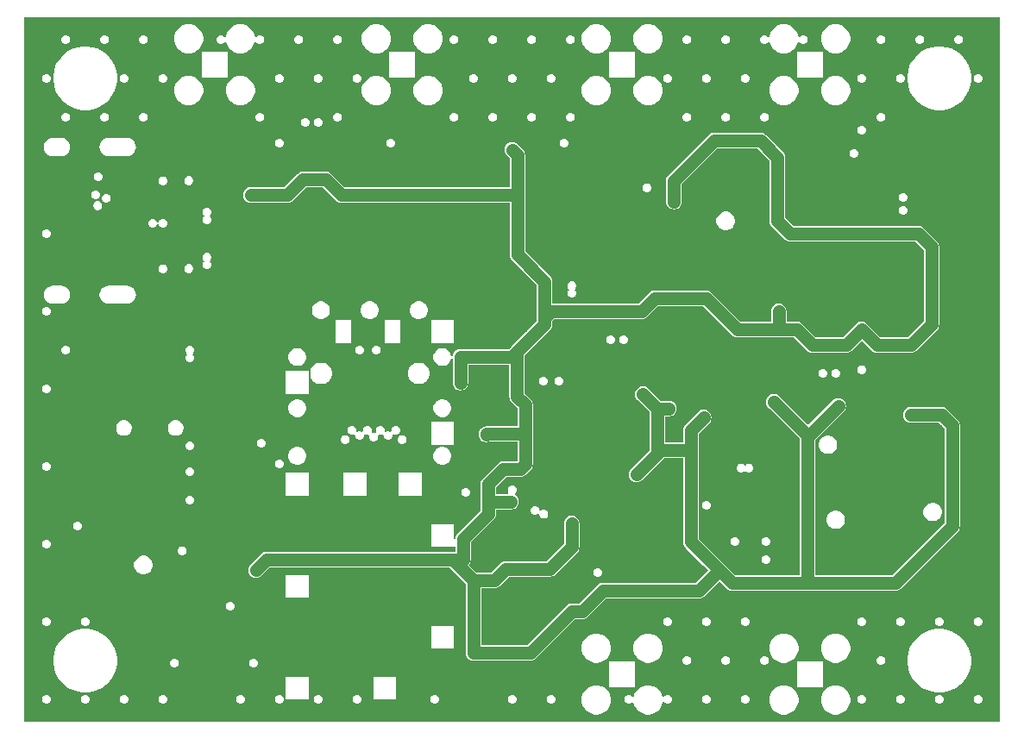
<source format=gbr>
G04*
G04 #@! TF.GenerationSoftware,Altium Limited,Altium Designer,24.8.2 (39)*
G04*
G04 Layer_Physical_Order=2*
G04 Layer_Color=36540*
%FSLAX25Y25*%
%MOIN*%
G70*
G04*
G04 #@! TF.SameCoordinates,F580BFCB-8435-4B95-B66A-8E6D2DB6F108*
G04*
G04*
G04 #@! TF.FilePolarity,Positive*
G04*
G01*
G75*
%ADD13C,0.01500*%
%ADD82C,0.06181*%
%ADD84C,0.05118*%
%ADD88C,0.02400*%
%ADD89C,0.05000*%
G36*
X473471Y216529D02*
X96529D01*
X96529Y488671D01*
X473471D01*
X473471Y216529D01*
D02*
G37*
%LPC*%
G36*
X390740Y486012D02*
X389260D01*
X387831Y485629D01*
X386550Y484889D01*
X385504Y483843D01*
X384765Y482562D01*
X384391Y481167D01*
X384184Y481073D01*
X383882Y481022D01*
X383463Y481441D01*
X382838Y481700D01*
X382162D01*
X381537Y481441D01*
X381059Y480963D01*
X380800Y480338D01*
Y479662D01*
X381059Y479037D01*
X381537Y478559D01*
X382162Y478300D01*
X382838D01*
X383463Y478559D01*
X383941Y479037D01*
X383995Y479167D01*
X384522Y479132D01*
X384765Y478225D01*
X385504Y476944D01*
X386550Y475898D01*
X387831Y475158D01*
X389260Y474776D01*
X390740D01*
X392168Y475158D01*
X393450Y475898D01*
X394496Y476944D01*
X395235Y478225D01*
X395478Y479132D01*
X396005Y479167D01*
X396059Y479037D01*
X396537Y478559D01*
X397162Y478300D01*
X397838D01*
X398463Y478559D01*
X398941Y479037D01*
X399200Y479662D01*
Y480338D01*
X398941Y480963D01*
X398463Y481441D01*
X397838Y481700D01*
X397162D01*
X396537Y481441D01*
X396118Y481022D01*
X395816Y481073D01*
X395609Y481167D01*
X395235Y482562D01*
X394496Y483843D01*
X393450Y484889D01*
X392168Y485629D01*
X390740Y486012D01*
D02*
G37*
G36*
X180740D02*
X179260D01*
X177831Y485629D01*
X176550Y484889D01*
X175504Y483843D01*
X174765Y482562D01*
X174391Y481167D01*
X174184Y481073D01*
X173882Y481022D01*
X173463Y481441D01*
X172838Y481700D01*
X172162D01*
X171537Y481441D01*
X171059Y480963D01*
X170800Y480338D01*
Y479662D01*
X171059Y479037D01*
X171537Y478559D01*
X172162Y478300D01*
X172838D01*
X173463Y478559D01*
X173941Y479037D01*
X173995Y479167D01*
X174522Y479132D01*
X174765Y478225D01*
X175504Y476944D01*
X176550Y475898D01*
X177831Y475158D01*
X179260Y474776D01*
X180740D01*
X182168Y475158D01*
X183450Y475898D01*
X184496Y476944D01*
X185235Y478225D01*
X185478Y479132D01*
X186005Y479167D01*
X186059Y479037D01*
X186537Y478559D01*
X187162Y478300D01*
X187838D01*
X188463Y478559D01*
X188941Y479037D01*
X189200Y479662D01*
Y480338D01*
X188941Y480963D01*
X188463Y481441D01*
X187838Y481700D01*
X187162D01*
X186537Y481441D01*
X186118Y481022D01*
X185816Y481073D01*
X185609Y481167D01*
X185235Y482562D01*
X184496Y483843D01*
X183450Y484889D01*
X182168Y485629D01*
X180740Y486012D01*
D02*
G37*
G36*
X457838Y481700D02*
X457162D01*
X456537Y481441D01*
X456059Y480963D01*
X455800Y480338D01*
Y479662D01*
X456059Y479037D01*
X456537Y478559D01*
X457162Y478300D01*
X457838D01*
X458463Y478559D01*
X458941Y479037D01*
X459200Y479662D01*
Y480338D01*
X458941Y480963D01*
X458463Y481441D01*
X457838Y481700D01*
D02*
G37*
G36*
X442838D02*
X442162D01*
X441537Y481441D01*
X441059Y480963D01*
X440800Y480338D01*
Y479662D01*
X441059Y479037D01*
X441537Y478559D01*
X442162Y478300D01*
X442838D01*
X443463Y478559D01*
X443941Y479037D01*
X444200Y479662D01*
Y480338D01*
X443941Y480963D01*
X443463Y481441D01*
X442838Y481700D01*
D02*
G37*
G36*
X427838D02*
X427162D01*
X426537Y481441D01*
X426059Y480963D01*
X425800Y480338D01*
Y479662D01*
X426059Y479037D01*
X426537Y478559D01*
X427162Y478300D01*
X427838D01*
X428463Y478559D01*
X428941Y479037D01*
X429200Y479662D01*
Y480338D01*
X428941Y480963D01*
X428463Y481441D01*
X427838Y481700D01*
D02*
G37*
G36*
X367838D02*
X367162D01*
X366537Y481441D01*
X366059Y480963D01*
X365800Y480338D01*
Y479662D01*
X366059Y479037D01*
X366537Y478559D01*
X367162Y478300D01*
X367838D01*
X368463Y478559D01*
X368941Y479037D01*
X369200Y479662D01*
Y480338D01*
X368941Y480963D01*
X368463Y481441D01*
X367838Y481700D01*
D02*
G37*
G36*
X352838D02*
X352162D01*
X351537Y481441D01*
X351059Y480963D01*
X350800Y480338D01*
Y479662D01*
X351059Y479037D01*
X351537Y478559D01*
X352162Y478300D01*
X352838D01*
X353463Y478559D01*
X353941Y479037D01*
X354200Y479662D01*
Y480338D01*
X353941Y480963D01*
X353463Y481441D01*
X352838Y481700D01*
D02*
G37*
G36*
X307838D02*
X307162D01*
X306537Y481441D01*
X306059Y480963D01*
X305800Y480338D01*
Y479662D01*
X306059Y479037D01*
X306537Y478559D01*
X307162Y478300D01*
X307838D01*
X308463Y478559D01*
X308941Y479037D01*
X309200Y479662D01*
Y480338D01*
X308941Y480963D01*
X308463Y481441D01*
X307838Y481700D01*
D02*
G37*
G36*
X292838D02*
X292162D01*
X291537Y481441D01*
X291059Y480963D01*
X290800Y480338D01*
Y479662D01*
X291059Y479037D01*
X291537Y478559D01*
X292162Y478300D01*
X292838D01*
X293463Y478559D01*
X293941Y479037D01*
X294200Y479662D01*
Y480338D01*
X293941Y480963D01*
X293463Y481441D01*
X292838Y481700D01*
D02*
G37*
G36*
X277838D02*
X277162D01*
X276537Y481441D01*
X276059Y480963D01*
X275800Y480338D01*
Y479662D01*
X276059Y479037D01*
X276537Y478559D01*
X277162Y478300D01*
X277838D01*
X278463Y478559D01*
X278941Y479037D01*
X279200Y479662D01*
Y480338D01*
X278941Y480963D01*
X278463Y481441D01*
X277838Y481700D01*
D02*
G37*
G36*
X262838D02*
X262162D01*
X261537Y481441D01*
X261059Y480963D01*
X260800Y480338D01*
Y479662D01*
X261059Y479037D01*
X261537Y478559D01*
X262162Y478300D01*
X262838D01*
X263463Y478559D01*
X263941Y479037D01*
X264200Y479662D01*
Y480338D01*
X263941Y480963D01*
X263463Y481441D01*
X262838Y481700D01*
D02*
G37*
G36*
X217838D02*
X217162D01*
X216537Y481441D01*
X216059Y480963D01*
X215800Y480338D01*
Y479662D01*
X216059Y479037D01*
X216537Y478559D01*
X217162Y478300D01*
X217838D01*
X218463Y478559D01*
X218941Y479037D01*
X219200Y479662D01*
Y480338D01*
X218941Y480963D01*
X218463Y481441D01*
X217838Y481700D01*
D02*
G37*
G36*
X202838D02*
X202162D01*
X201537Y481441D01*
X201059Y480963D01*
X200800Y480338D01*
Y479662D01*
X201059Y479037D01*
X201537Y478559D01*
X202162Y478300D01*
X202838D01*
X203463Y478559D01*
X203941Y479037D01*
X204200Y479662D01*
Y480338D01*
X203941Y480963D01*
X203463Y481441D01*
X202838Y481700D01*
D02*
G37*
G36*
X142838D02*
X142162D01*
X141537Y481441D01*
X141059Y480963D01*
X140800Y480338D01*
Y479662D01*
X141059Y479037D01*
X141537Y478559D01*
X142162Y478300D01*
X142838D01*
X143463Y478559D01*
X143941Y479037D01*
X144200Y479662D01*
Y480338D01*
X143941Y480963D01*
X143463Y481441D01*
X142838Y481700D01*
D02*
G37*
G36*
X127838D02*
X127162D01*
X126537Y481441D01*
X126059Y480963D01*
X125800Y480338D01*
Y479662D01*
X126059Y479037D01*
X126537Y478559D01*
X127162Y478300D01*
X127838D01*
X128463Y478559D01*
X128941Y479037D01*
X129200Y479662D01*
Y480338D01*
X128941Y480963D01*
X128463Y481441D01*
X127838Y481700D01*
D02*
G37*
G36*
X112838D02*
X112162D01*
X111537Y481441D01*
X111059Y480963D01*
X110800Y480338D01*
Y479662D01*
X111059Y479037D01*
X111537Y478559D01*
X112162Y478300D01*
X112838D01*
X113463Y478559D01*
X113941Y479037D01*
X114200Y479662D01*
Y480338D01*
X113941Y480963D01*
X113463Y481441D01*
X112838Y481700D01*
D02*
G37*
G36*
X410740Y486012D02*
X409260D01*
X407831Y485629D01*
X406550Y484889D01*
X405504Y483843D01*
X404765Y482562D01*
X404382Y481133D01*
Y479654D01*
X404765Y478225D01*
X405504Y476944D01*
X406550Y475898D01*
X407831Y475158D01*
X409260Y474776D01*
X410740D01*
X412169Y475158D01*
X413450Y475898D01*
X414496Y476944D01*
X415235Y478225D01*
X415618Y479654D01*
Y481133D01*
X415235Y482562D01*
X414496Y483843D01*
X413450Y484889D01*
X412169Y485629D01*
X410740Y486012D01*
D02*
G37*
G36*
X338240D02*
X336760D01*
X335332Y485629D01*
X334050Y484889D01*
X333004Y483843D01*
X332265Y482562D01*
X331882Y481133D01*
Y479654D01*
X332265Y478225D01*
X333004Y476944D01*
X334050Y475898D01*
X335332Y475158D01*
X336760Y474776D01*
X338240D01*
X339668Y475158D01*
X340950Y475898D01*
X341996Y476944D01*
X342735Y478225D01*
X343118Y479654D01*
Y481133D01*
X342735Y482562D01*
X341996Y483843D01*
X340950Y484889D01*
X339668Y485629D01*
X338240Y486012D01*
D02*
G37*
G36*
X318240D02*
X316760D01*
X315332Y485629D01*
X314050Y484889D01*
X313004Y483843D01*
X312265Y482562D01*
X311882Y481133D01*
Y479654D01*
X312265Y478225D01*
X313004Y476944D01*
X314050Y475898D01*
X315332Y475158D01*
X316760Y474776D01*
X318240D01*
X319669Y475158D01*
X320950Y475898D01*
X321996Y476944D01*
X322735Y478225D01*
X323118Y479654D01*
Y481133D01*
X322735Y482562D01*
X321996Y483843D01*
X320950Y484889D01*
X319669Y485629D01*
X318240Y486012D01*
D02*
G37*
G36*
X253240D02*
X251760D01*
X250331Y485629D01*
X249050Y484889D01*
X248004Y483843D01*
X247265Y482562D01*
X246882Y481133D01*
Y479654D01*
X247265Y478225D01*
X248004Y476944D01*
X249050Y475898D01*
X250331Y475158D01*
X251760Y474776D01*
X253240D01*
X254668Y475158D01*
X255950Y475898D01*
X256996Y476944D01*
X257735Y478225D01*
X258118Y479654D01*
Y481133D01*
X257735Y482562D01*
X256996Y483843D01*
X255950Y484889D01*
X254668Y485629D01*
X253240Y486012D01*
D02*
G37*
G36*
X233240D02*
X231760D01*
X230331Y485629D01*
X229050Y484889D01*
X228004Y483843D01*
X227265Y482562D01*
X226882Y481133D01*
Y479654D01*
X227265Y478225D01*
X228004Y476944D01*
X229050Y475898D01*
X230331Y475158D01*
X231760Y474776D01*
X233240D01*
X234668Y475158D01*
X235950Y475898D01*
X236996Y476944D01*
X237735Y478225D01*
X238118Y479654D01*
Y481133D01*
X237735Y482562D01*
X236996Y483843D01*
X235950Y484889D01*
X234668Y485629D01*
X233240Y486012D01*
D02*
G37*
G36*
X160740D02*
X159260D01*
X157832Y485629D01*
X156550Y484889D01*
X155504Y483843D01*
X154765Y482562D01*
X154382Y481133D01*
Y479654D01*
X154765Y478225D01*
X155504Y476944D01*
X156550Y475898D01*
X157832Y475158D01*
X159260Y474776D01*
X160740D01*
X162169Y475158D01*
X163450Y475898D01*
X164496Y476944D01*
X165235Y478225D01*
X165618Y479654D01*
Y481133D01*
X165235Y482562D01*
X164496Y483843D01*
X163450Y484889D01*
X162169Y485629D01*
X160740Y486012D01*
D02*
G37*
G36*
X405028Y475421D02*
X394972D01*
Y465366D01*
X405028D01*
Y475421D01*
D02*
G37*
G36*
X332528D02*
X322472D01*
Y465366D01*
X332528D01*
Y475421D01*
D02*
G37*
G36*
X247528D02*
X237472D01*
Y465366D01*
X247528D01*
Y475421D01*
D02*
G37*
G36*
X175028D02*
X164972D01*
Y465366D01*
X175028D01*
Y475421D01*
D02*
G37*
G36*
X465338Y466700D02*
X464662D01*
X464037Y466441D01*
X463559Y465963D01*
X463300Y465338D01*
Y464662D01*
X463559Y464037D01*
X464037Y463559D01*
X464662Y463300D01*
X465338D01*
X465963Y463559D01*
X466441Y464037D01*
X466700Y464662D01*
Y465338D01*
X466441Y465963D01*
X465963Y466441D01*
X465338Y466700D01*
D02*
G37*
G36*
X435338D02*
X434662D01*
X434037Y466441D01*
X433559Y465963D01*
X433300Y465338D01*
Y464662D01*
X433559Y464037D01*
X434037Y463559D01*
X434662Y463300D01*
X435338D01*
X435963Y463559D01*
X436441Y464037D01*
X436700Y464662D01*
Y465338D01*
X436441Y465963D01*
X435963Y466441D01*
X435338Y466700D01*
D02*
G37*
G36*
X420338D02*
X419662D01*
X419037Y466441D01*
X418559Y465963D01*
X418300Y465338D01*
Y464662D01*
X418559Y464037D01*
X419037Y463559D01*
X419662Y463300D01*
X420338D01*
X420963Y463559D01*
X421441Y464037D01*
X421700Y464662D01*
Y465338D01*
X421441Y465963D01*
X420963Y466441D01*
X420338Y466700D01*
D02*
G37*
G36*
X375338D02*
X374662D01*
X374037Y466441D01*
X373559Y465963D01*
X373300Y465338D01*
Y464662D01*
X373559Y464037D01*
X374037Y463559D01*
X374662Y463300D01*
X375338D01*
X375963Y463559D01*
X376441Y464037D01*
X376700Y464662D01*
Y465338D01*
X376441Y465963D01*
X375963Y466441D01*
X375338Y466700D01*
D02*
G37*
G36*
X360338D02*
X359662D01*
X359037Y466441D01*
X358559Y465963D01*
X358300Y465338D01*
Y464662D01*
X358559Y464037D01*
X359037Y463559D01*
X359662Y463300D01*
X360338D01*
X360963Y463559D01*
X361441Y464037D01*
X361700Y464662D01*
Y465338D01*
X361441Y465963D01*
X360963Y466441D01*
X360338Y466700D01*
D02*
G37*
G36*
X345338D02*
X344662D01*
X344037Y466441D01*
X343559Y465963D01*
X343300Y465338D01*
Y464662D01*
X343559Y464037D01*
X344037Y463559D01*
X344662Y463300D01*
X345338D01*
X345963Y463559D01*
X346441Y464037D01*
X346700Y464662D01*
Y465338D01*
X346441Y465963D01*
X345963Y466441D01*
X345338Y466700D01*
D02*
G37*
G36*
X300338D02*
X299662D01*
X299037Y466441D01*
X298559Y465963D01*
X298300Y465338D01*
Y464662D01*
X298559Y464037D01*
X299037Y463559D01*
X299662Y463300D01*
X300338D01*
X300963Y463559D01*
X301441Y464037D01*
X301700Y464662D01*
Y465338D01*
X301441Y465963D01*
X300963Y466441D01*
X300338Y466700D01*
D02*
G37*
G36*
X285338D02*
X284662D01*
X284037Y466441D01*
X283559Y465963D01*
X283300Y465338D01*
Y464662D01*
X283559Y464037D01*
X284037Y463559D01*
X284662Y463300D01*
X285338D01*
X285963Y463559D01*
X286441Y464037D01*
X286700Y464662D01*
Y465338D01*
X286441Y465963D01*
X285963Y466441D01*
X285338Y466700D01*
D02*
G37*
G36*
X270338D02*
X269662D01*
X269037Y466441D01*
X268559Y465963D01*
X268300Y465338D01*
Y464662D01*
X268559Y464037D01*
X269037Y463559D01*
X269662Y463300D01*
X270338D01*
X270963Y463559D01*
X271441Y464037D01*
X271700Y464662D01*
Y465338D01*
X271441Y465963D01*
X270963Y466441D01*
X270338Y466700D01*
D02*
G37*
G36*
X225338D02*
X224662D01*
X224037Y466441D01*
X223559Y465963D01*
X223300Y465338D01*
Y464662D01*
X223559Y464037D01*
X224037Y463559D01*
X224662Y463300D01*
X225338D01*
X225963Y463559D01*
X226441Y464037D01*
X226700Y464662D01*
Y465338D01*
X226441Y465963D01*
X225963Y466441D01*
X225338Y466700D01*
D02*
G37*
G36*
X210338D02*
X209662D01*
X209037Y466441D01*
X208559Y465963D01*
X208300Y465338D01*
Y464662D01*
X208559Y464037D01*
X209037Y463559D01*
X209662Y463300D01*
X210338D01*
X210963Y463559D01*
X211441Y464037D01*
X211700Y464662D01*
Y465338D01*
X211441Y465963D01*
X210963Y466441D01*
X210338Y466700D01*
D02*
G37*
G36*
X195338D02*
X194662D01*
X194037Y466441D01*
X193559Y465963D01*
X193300Y465338D01*
Y464662D01*
X193559Y464037D01*
X194037Y463559D01*
X194662Y463300D01*
X195338D01*
X195963Y463559D01*
X196441Y464037D01*
X196700Y464662D01*
Y465338D01*
X196441Y465963D01*
X195963Y466441D01*
X195338Y466700D01*
D02*
G37*
G36*
X150338D02*
X149662D01*
X149037Y466441D01*
X148559Y465963D01*
X148300Y465338D01*
Y464662D01*
X148559Y464037D01*
X149037Y463559D01*
X149662Y463300D01*
X150338D01*
X150963Y463559D01*
X151441Y464037D01*
X151700Y464662D01*
Y465338D01*
X151441Y465963D01*
X150963Y466441D01*
X150338Y466700D01*
D02*
G37*
G36*
X135338D02*
X134662D01*
X134037Y466441D01*
X133559Y465963D01*
X133300Y465338D01*
Y464662D01*
X133559Y464037D01*
X134037Y463559D01*
X134662Y463300D01*
X135338D01*
X135963Y463559D01*
X136441Y464037D01*
X136700Y464662D01*
Y465338D01*
X136441Y465963D01*
X135963Y466441D01*
X135338Y466700D01*
D02*
G37*
G36*
X105338D02*
X104662D01*
X104037Y466441D01*
X103559Y465963D01*
X103300Y465338D01*
Y464662D01*
X103559Y464037D01*
X104037Y463559D01*
X104662Y463300D01*
X105338D01*
X105963Y463559D01*
X106441Y464037D01*
X106700Y464662D01*
Y465338D01*
X106441Y465963D01*
X105963Y466441D01*
X105338Y466700D01*
D02*
G37*
G36*
X410740Y466012D02*
X409260D01*
X407831Y465629D01*
X406550Y464889D01*
X405504Y463843D01*
X404765Y462562D01*
X404382Y461133D01*
Y459654D01*
X404765Y458225D01*
X405504Y456944D01*
X406550Y455898D01*
X407831Y455158D01*
X409260Y454776D01*
X410740D01*
X412169Y455158D01*
X413450Y455898D01*
X414496Y456944D01*
X415235Y458225D01*
X415618Y459654D01*
Y461133D01*
X415235Y462562D01*
X414496Y463843D01*
X413450Y464889D01*
X412169Y465629D01*
X410740Y466012D01*
D02*
G37*
G36*
X390740D02*
X389260D01*
X387831Y465629D01*
X386550Y464889D01*
X385504Y463843D01*
X384765Y462562D01*
X384382Y461133D01*
Y459654D01*
X384765Y458225D01*
X385504Y456944D01*
X386550Y455898D01*
X387831Y455158D01*
X389260Y454776D01*
X390740D01*
X392168Y455158D01*
X393450Y455898D01*
X394496Y456944D01*
X395235Y458225D01*
X395618Y459654D01*
Y461133D01*
X395235Y462562D01*
X394496Y463843D01*
X393450Y464889D01*
X392168Y465629D01*
X390740Y466012D01*
D02*
G37*
G36*
X338240D02*
X336760D01*
X335332Y465629D01*
X334050Y464889D01*
X333004Y463843D01*
X332265Y462562D01*
X331882Y461133D01*
Y459654D01*
X332265Y458225D01*
X333004Y456944D01*
X334050Y455898D01*
X335332Y455158D01*
X336760Y454776D01*
X338240D01*
X339668Y455158D01*
X340950Y455898D01*
X341996Y456944D01*
X342735Y458225D01*
X343118Y459654D01*
Y461133D01*
X342735Y462562D01*
X341996Y463843D01*
X340950Y464889D01*
X339668Y465629D01*
X338240Y466012D01*
D02*
G37*
G36*
X318240D02*
X316760D01*
X315332Y465629D01*
X314050Y464889D01*
X313004Y463843D01*
X312265Y462562D01*
X311882Y461133D01*
Y459654D01*
X312265Y458225D01*
X313004Y456944D01*
X314050Y455898D01*
X315332Y455158D01*
X316760Y454776D01*
X318240D01*
X319669Y455158D01*
X320950Y455898D01*
X321996Y456944D01*
X322735Y458225D01*
X323118Y459654D01*
Y461133D01*
X322735Y462562D01*
X321996Y463843D01*
X320950Y464889D01*
X319669Y465629D01*
X318240Y466012D01*
D02*
G37*
G36*
X253240D02*
X251760D01*
X250331Y465629D01*
X249050Y464889D01*
X248004Y463843D01*
X247265Y462562D01*
X246882Y461133D01*
Y459654D01*
X247265Y458225D01*
X248004Y456944D01*
X249050Y455898D01*
X250331Y455158D01*
X251760Y454776D01*
X253240D01*
X254668Y455158D01*
X255950Y455898D01*
X256996Y456944D01*
X257735Y458225D01*
X258118Y459654D01*
Y461133D01*
X257735Y462562D01*
X256996Y463843D01*
X255950Y464889D01*
X254668Y465629D01*
X253240Y466012D01*
D02*
G37*
G36*
X233240D02*
X231760D01*
X230331Y465629D01*
X229050Y464889D01*
X228004Y463843D01*
X227265Y462562D01*
X226882Y461133D01*
Y459654D01*
X227265Y458225D01*
X228004Y456944D01*
X229050Y455898D01*
X230331Y455158D01*
X231760Y454776D01*
X233240D01*
X234668Y455158D01*
X235950Y455898D01*
X236996Y456944D01*
X237735Y458225D01*
X238118Y459654D01*
Y461133D01*
X237735Y462562D01*
X236996Y463843D01*
X235950Y464889D01*
X234668Y465629D01*
X233240Y466012D01*
D02*
G37*
G36*
X180740D02*
X179260D01*
X177831Y465629D01*
X176550Y464889D01*
X175504Y463843D01*
X174765Y462562D01*
X174382Y461133D01*
Y459654D01*
X174765Y458225D01*
X175504Y456944D01*
X176550Y455898D01*
X177831Y455158D01*
X179260Y454776D01*
X180740D01*
X182168Y455158D01*
X183450Y455898D01*
X184496Y456944D01*
X185235Y458225D01*
X185618Y459654D01*
Y461133D01*
X185235Y462562D01*
X184496Y463843D01*
X183450Y464889D01*
X182168Y465629D01*
X180740Y466012D01*
D02*
G37*
G36*
X160740D02*
X159260D01*
X157832Y465629D01*
X156550Y464889D01*
X155504Y463843D01*
X154765Y462562D01*
X154382Y461133D01*
Y459654D01*
X154765Y458225D01*
X155504Y456944D01*
X156550Y455898D01*
X157832Y455158D01*
X159260Y454776D01*
X160740D01*
X162169Y455158D01*
X163450Y455898D01*
X164496Y456944D01*
X165235Y458225D01*
X165618Y459654D01*
Y461133D01*
X165235Y462562D01*
X164496Y463843D01*
X163450Y464889D01*
X162169Y465629D01*
X160740Y466012D01*
D02*
G37*
G36*
X450969Y477511D02*
X449031D01*
X447117Y477208D01*
X445274Y476609D01*
X443548Y475729D01*
X441980Y474590D01*
X440610Y473220D01*
X439471Y471652D01*
X438591Y469926D01*
X437992Y468083D01*
X437689Y466169D01*
Y464231D01*
X437992Y462317D01*
X438591Y460474D01*
X439471Y458748D01*
X440610Y457180D01*
X441980Y455810D01*
X443548Y454671D01*
X445274Y453791D01*
X447117Y453192D01*
X449031Y452889D01*
X450969D01*
X452883Y453192D01*
X454726Y453791D01*
X456452Y454671D01*
X458020Y455810D01*
X459390Y457180D01*
X460529Y458748D01*
X461409Y460474D01*
X462008Y462317D01*
X462311Y464231D01*
Y466169D01*
X462008Y468083D01*
X461409Y469926D01*
X460529Y471652D01*
X459390Y473220D01*
X458020Y474590D01*
X456452Y475729D01*
X454726Y476609D01*
X452883Y477208D01*
X450969Y477511D01*
D02*
G37*
G36*
X120969D02*
X119031D01*
X117117Y477208D01*
X115274Y476609D01*
X113548Y475729D01*
X111980Y474590D01*
X110610Y473220D01*
X109471Y471652D01*
X108591Y469926D01*
X107992Y468083D01*
X107689Y466169D01*
Y464231D01*
X107992Y462317D01*
X108591Y460474D01*
X109471Y458748D01*
X110610Y457180D01*
X111980Y455810D01*
X113548Y454671D01*
X115274Y453791D01*
X117117Y453192D01*
X119031Y452889D01*
X120969D01*
X122883Y453192D01*
X124726Y453791D01*
X126452Y454671D01*
X128020Y455810D01*
X129390Y457180D01*
X130529Y458748D01*
X131409Y460474D01*
X132008Y462317D01*
X132311Y464231D01*
Y466169D01*
X132008Y468083D01*
X131409Y469926D01*
X130529Y471652D01*
X129390Y473220D01*
X128020Y474590D01*
X126452Y475729D01*
X124726Y476609D01*
X122883Y477208D01*
X120969Y477511D01*
D02*
G37*
G36*
X427838Y451700D02*
X427162D01*
X426537Y451441D01*
X426059Y450963D01*
X425800Y450338D01*
Y449662D01*
X426059Y449037D01*
X426537Y448559D01*
X427162Y448300D01*
X427838D01*
X428463Y448559D01*
X428941Y449037D01*
X429200Y449662D01*
Y450338D01*
X428941Y450963D01*
X428463Y451441D01*
X427838Y451700D01*
D02*
G37*
G36*
X382838D02*
X382162D01*
X381537Y451441D01*
X381059Y450963D01*
X380800Y450338D01*
Y449662D01*
X381059Y449037D01*
X381537Y448559D01*
X382162Y448300D01*
X382838D01*
X383463Y448559D01*
X383941Y449037D01*
X384200Y449662D01*
Y450338D01*
X383941Y450963D01*
X383463Y451441D01*
X382838Y451700D01*
D02*
G37*
G36*
X367838D02*
X367162D01*
X366537Y451441D01*
X366059Y450963D01*
X365800Y450338D01*
Y449662D01*
X366059Y449037D01*
X366537Y448559D01*
X367162Y448300D01*
X367838D01*
X368463Y448559D01*
X368941Y449037D01*
X369200Y449662D01*
Y450338D01*
X368941Y450963D01*
X368463Y451441D01*
X367838Y451700D01*
D02*
G37*
G36*
X352838D02*
X352162D01*
X351537Y451441D01*
X351059Y450963D01*
X350800Y450338D01*
Y449662D01*
X351059Y449037D01*
X351537Y448559D01*
X352162Y448300D01*
X352838D01*
X353463Y448559D01*
X353941Y449037D01*
X354200Y449662D01*
Y450338D01*
X353941Y450963D01*
X353463Y451441D01*
X352838Y451700D01*
D02*
G37*
G36*
X307838D02*
X307162D01*
X306537Y451441D01*
X306059Y450963D01*
X305800Y450338D01*
Y449662D01*
X306059Y449037D01*
X306537Y448559D01*
X307162Y448300D01*
X307838D01*
X308463Y448559D01*
X308941Y449037D01*
X309200Y449662D01*
Y450338D01*
X308941Y450963D01*
X308463Y451441D01*
X307838Y451700D01*
D02*
G37*
G36*
X292838D02*
X292162D01*
X291537Y451441D01*
X291059Y450963D01*
X290800Y450338D01*
Y449662D01*
X291059Y449037D01*
X291537Y448559D01*
X292162Y448300D01*
X292838D01*
X293463Y448559D01*
X293941Y449037D01*
X294200Y449662D01*
Y450338D01*
X293941Y450963D01*
X293463Y451441D01*
X292838Y451700D01*
D02*
G37*
G36*
X277838D02*
X277162D01*
X276537Y451441D01*
X276059Y450963D01*
X275800Y450338D01*
Y449662D01*
X276059Y449037D01*
X276537Y448559D01*
X277162Y448300D01*
X277838D01*
X278463Y448559D01*
X278941Y449037D01*
X279200Y449662D01*
Y450338D01*
X278941Y450963D01*
X278463Y451441D01*
X277838Y451700D01*
D02*
G37*
G36*
X262838D02*
X262162D01*
X261537Y451441D01*
X261059Y450963D01*
X260800Y450338D01*
Y449662D01*
X261059Y449037D01*
X261537Y448559D01*
X262162Y448300D01*
X262838D01*
X263463Y448559D01*
X263941Y449037D01*
X264200Y449662D01*
Y450338D01*
X263941Y450963D01*
X263463Y451441D01*
X262838Y451700D01*
D02*
G37*
G36*
X217838D02*
X217162D01*
X216537Y451441D01*
X216059Y450963D01*
X215800Y450338D01*
Y449662D01*
X216059Y449037D01*
X216537Y448559D01*
X217162Y448300D01*
X217838D01*
X218463Y448559D01*
X218941Y449037D01*
X219200Y449662D01*
Y450338D01*
X218941Y450963D01*
X218463Y451441D01*
X217838Y451700D01*
D02*
G37*
G36*
X187838D02*
X187162D01*
X186537Y451441D01*
X186059Y450963D01*
X185800Y450338D01*
Y449662D01*
X186059Y449037D01*
X186537Y448559D01*
X187162Y448300D01*
X187838D01*
X188463Y448559D01*
X188941Y449037D01*
X189200Y449662D01*
Y450338D01*
X188941Y450963D01*
X188463Y451441D01*
X187838Y451700D01*
D02*
G37*
G36*
X142838D02*
X142162D01*
X141537Y451441D01*
X141059Y450963D01*
X140800Y450338D01*
Y449662D01*
X141059Y449037D01*
X141537Y448559D01*
X142162Y448300D01*
X142838D01*
X143463Y448559D01*
X143941Y449037D01*
X144200Y449662D01*
Y450338D01*
X143941Y450963D01*
X143463Y451441D01*
X142838Y451700D01*
D02*
G37*
G36*
X127838D02*
X127162D01*
X126537Y451441D01*
X126059Y450963D01*
X125800Y450338D01*
Y449662D01*
X126059Y449037D01*
X126537Y448559D01*
X127162Y448300D01*
X127838D01*
X128463Y448559D01*
X128941Y449037D01*
X129200Y449662D01*
Y450338D01*
X128941Y450963D01*
X128463Y451441D01*
X127838Y451700D01*
D02*
G37*
G36*
X112838D02*
X112162D01*
X111537Y451441D01*
X111059Y450963D01*
X110800Y450338D01*
Y449662D01*
X111059Y449037D01*
X111537Y448559D01*
X112162Y448300D01*
X112838D01*
X113463Y448559D01*
X113941Y449037D01*
X114200Y449662D01*
Y450338D01*
X113941Y450963D01*
X113463Y451441D01*
X112838Y451700D01*
D02*
G37*
G36*
X210338Y449700D02*
X209662D01*
X209037Y449441D01*
X208559Y448963D01*
X208300Y448338D01*
Y447662D01*
X208559Y447037D01*
X209037Y446559D01*
X209662Y446300D01*
X210338D01*
X210963Y446559D01*
X211441Y447037D01*
X211700Y447662D01*
Y448338D01*
X211441Y448963D01*
X210963Y449441D01*
X210338Y449700D01*
D02*
G37*
G36*
X205338D02*
X204662D01*
X204037Y449441D01*
X203559Y448963D01*
X203300Y448338D01*
Y447662D01*
X203559Y447037D01*
X204037Y446559D01*
X204662Y446300D01*
X205338D01*
X205963Y446559D01*
X206441Y447037D01*
X206700Y447662D01*
Y448338D01*
X206441Y448963D01*
X205963Y449441D01*
X205338Y449700D01*
D02*
G37*
G36*
X420338Y446700D02*
X419662D01*
X419037Y446441D01*
X418559Y445963D01*
X418300Y445338D01*
Y444662D01*
X418559Y444037D01*
X419037Y443559D01*
X419662Y443300D01*
X420338D01*
X420963Y443559D01*
X421441Y444037D01*
X421700Y444662D01*
Y445338D01*
X421441Y445963D01*
X420963Y446441D01*
X420338Y446700D01*
D02*
G37*
G36*
X305338Y441700D02*
X304662D01*
X304037Y441441D01*
X303559Y440963D01*
X303300Y440338D01*
Y439662D01*
X303559Y439037D01*
X304037Y438559D01*
X304662Y438300D01*
X305338D01*
X305963Y438559D01*
X306441Y439037D01*
X306700Y439662D01*
Y440338D01*
X306441Y440963D01*
X305963Y441441D01*
X305338Y441700D01*
D02*
G37*
G36*
X238338D02*
X237662D01*
X237037Y441441D01*
X236559Y440963D01*
X236300Y440338D01*
Y439662D01*
X236559Y439037D01*
X237037Y438559D01*
X237662Y438300D01*
X238338D01*
X238963Y438559D01*
X239441Y439037D01*
X239700Y439662D01*
Y440338D01*
X239441Y440963D01*
X238963Y441441D01*
X238338Y441700D01*
D02*
G37*
G36*
X195338D02*
X194662D01*
X194037Y441441D01*
X193559Y440963D01*
X193300Y440338D01*
Y439662D01*
X193559Y439037D01*
X194037Y438559D01*
X194662Y438300D01*
X195338D01*
X195963Y438559D01*
X196441Y439037D01*
X196700Y439662D01*
Y440338D01*
X196441Y440963D01*
X195963Y441441D01*
X195338Y441700D01*
D02*
G37*
G36*
X136142Y442026D02*
X129055D01*
X128154Y441907D01*
X127314Y441559D01*
X126593Y441006D01*
X126039Y440285D01*
X125691Y439445D01*
X125573Y438543D01*
X125691Y437642D01*
X126039Y436802D01*
X126593Y436081D01*
X127314Y435527D01*
X128154Y435179D01*
X129055Y435061D01*
X136142D01*
X137043Y435179D01*
X137883Y435527D01*
X138604Y436081D01*
X139158Y436802D01*
X139506Y437642D01*
X139624Y438543D01*
X139506Y439445D01*
X139158Y440285D01*
X138604Y441006D01*
X137883Y441559D01*
X137043Y441907D01*
X136142Y442026D01*
D02*
G37*
G36*
X110709D02*
X107559D01*
X106658Y441907D01*
X105818Y441559D01*
X105096Y441006D01*
X104543Y440285D01*
X104195Y439445D01*
X104077Y438543D01*
X104195Y437642D01*
X104543Y436802D01*
X105096Y436081D01*
X105818Y435527D01*
X106658Y435179D01*
X107559Y435061D01*
X110709D01*
X111610Y435179D01*
X112450Y435527D01*
X113171Y436081D01*
X113725Y436802D01*
X114073Y437642D01*
X114191Y438543D01*
X114073Y439445D01*
X113725Y440285D01*
X113171Y441006D01*
X112450Y441559D01*
X111610Y441907D01*
X110709Y442026D01*
D02*
G37*
G36*
X417338Y437700D02*
X416662D01*
X416037Y437441D01*
X415559Y436963D01*
X415300Y436338D01*
Y435662D01*
X415559Y435037D01*
X416037Y434559D01*
X416662Y434300D01*
X417338D01*
X417963Y434559D01*
X418441Y435037D01*
X418700Y435662D01*
Y436338D01*
X418441Y436963D01*
X417963Y437441D01*
X417338Y437700D01*
D02*
G37*
G36*
X125338Y428700D02*
X124662D01*
X124037Y428441D01*
X123559Y427963D01*
X123300Y427338D01*
Y426662D01*
X123559Y426037D01*
X124037Y425559D01*
X124662Y425300D01*
X125338D01*
X125963Y425559D01*
X126441Y426037D01*
X126700Y426662D01*
Y427338D01*
X126441Y427963D01*
X125963Y428441D01*
X125338Y428700D01*
D02*
G37*
G36*
X160377Y427273D02*
X159701D01*
X159076Y427014D01*
X158598Y426536D01*
X158339Y425911D01*
Y425235D01*
X158598Y424610D01*
X159076Y424132D01*
X159701Y423873D01*
X160377D01*
X161002Y424132D01*
X161480Y424610D01*
X161739Y425235D01*
Y425911D01*
X161480Y426536D01*
X161002Y427014D01*
X160377Y427273D01*
D02*
G37*
G36*
X150338Y427200D02*
X149662D01*
X149037Y426941D01*
X148559Y426463D01*
X148300Y425838D01*
Y425162D01*
X148559Y424537D01*
X149037Y424059D01*
X149662Y423800D01*
X150338D01*
X150963Y424059D01*
X151441Y424537D01*
X151700Y425162D01*
Y425838D01*
X151441Y426463D01*
X150963Y426941D01*
X150338Y427200D01*
D02*
G37*
G36*
X337338Y424500D02*
X336662D01*
X336037Y424241D01*
X335559Y423763D01*
X335300Y423138D01*
Y422462D01*
X335559Y421837D01*
X336037Y421359D01*
X336662Y421100D01*
X337338D01*
X337963Y421359D01*
X338441Y421837D01*
X338700Y422462D01*
Y423138D01*
X338441Y423763D01*
X337963Y424241D01*
X337338Y424500D01*
D02*
G37*
G36*
X124338Y421700D02*
X123662D01*
X123037Y421441D01*
X122559Y420963D01*
X122300Y420338D01*
Y419662D01*
X122559Y419037D01*
X123037Y418559D01*
X123662Y418300D01*
X124338D01*
X124963Y418559D01*
X125441Y419037D01*
X125700Y419662D01*
Y420338D01*
X125441Y420963D01*
X124963Y421441D01*
X124338Y421700D01*
D02*
G37*
G36*
X436338Y420700D02*
X435662D01*
X435037Y420441D01*
X434559Y419963D01*
X434300Y419338D01*
Y418662D01*
X434559Y418037D01*
X435037Y417559D01*
X435662Y417300D01*
X436338D01*
X436963Y417559D01*
X437441Y418037D01*
X437700Y418662D01*
Y419338D01*
X437441Y419963D01*
X436963Y420441D01*
X436338Y420700D01*
D02*
G37*
G36*
X128513Y420449D02*
X127837D01*
X127212Y420191D01*
X126734Y419712D01*
X126475Y419088D01*
Y418411D01*
X126734Y417787D01*
X127212Y417308D01*
X127837Y417049D01*
X128513D01*
X129138Y417308D01*
X129616Y417787D01*
X129875Y418411D01*
Y419088D01*
X129616Y419712D01*
X129138Y420191D01*
X128513Y420449D01*
D02*
G37*
G36*
X125235Y417597D02*
X124559D01*
X123934Y417338D01*
X123456Y416860D01*
X123197Y416235D01*
Y415559D01*
X123456Y414934D01*
X123934Y414456D01*
X124559Y414197D01*
X125235D01*
X125860Y414456D01*
X126338Y414934D01*
X126597Y415559D01*
Y416235D01*
X126338Y416860D01*
X125860Y417338D01*
X125235Y417597D01*
D02*
G37*
G36*
X436338Y415700D02*
X435662D01*
X435037Y415441D01*
X434559Y414963D01*
X434300Y414338D01*
Y413662D01*
X434559Y413037D01*
X435037Y412559D01*
X435662Y412300D01*
X436338D01*
X436963Y412559D01*
X437441Y413037D01*
X437700Y413662D01*
Y414338D01*
X437441Y414963D01*
X436963Y415441D01*
X436338Y415700D01*
D02*
G37*
G36*
X150338Y410700D02*
X149662D01*
X149037Y410441D01*
X148559Y409963D01*
X148300Y409338D01*
X147802D01*
X147543Y409963D01*
X147065Y410441D01*
X146440Y410700D01*
X145764D01*
X145139Y410441D01*
X144660Y409963D01*
X144402Y409338D01*
Y408662D01*
X144660Y408037D01*
X145139Y407559D01*
X145764Y407300D01*
X146440D01*
X147065Y407559D01*
X147543Y408037D01*
X147802Y408662D01*
X148300D01*
X148559Y408037D01*
X149037Y407559D01*
X149662Y407300D01*
X150338D01*
X150963Y407559D01*
X151441Y408037D01*
X151700Y408662D01*
Y409338D01*
X151441Y409963D01*
X150963Y410441D01*
X150338Y410700D01*
D02*
G37*
G36*
X167338Y415102D02*
X166662D01*
X166037Y414844D01*
X165559Y414365D01*
X165300Y413741D01*
Y413064D01*
X165559Y412439D01*
X165719Y412279D01*
X166029Y411952D01*
X165719Y411626D01*
X165559Y411465D01*
X165300Y410841D01*
Y410164D01*
X165559Y409540D01*
X166037Y409061D01*
X166662Y408802D01*
X167338D01*
X167963Y409061D01*
X168441Y409540D01*
X168700Y410164D01*
Y410841D01*
X168441Y411465D01*
X168281Y411626D01*
X167971Y411952D01*
X168281Y412279D01*
X168441Y412439D01*
X168700Y413064D01*
Y413741D01*
X168441Y414365D01*
X167963Y414844D01*
X167338Y415102D01*
D02*
G37*
G36*
X367973Y413590D02*
X367027D01*
X366114Y413346D01*
X365295Y412873D01*
X364627Y412205D01*
X364154Y411386D01*
X363910Y410473D01*
Y409527D01*
X364154Y408614D01*
X364627Y407795D01*
X365295Y407127D01*
X366114Y406654D01*
X367027Y406410D01*
X367973D01*
X368886Y406654D01*
X369705Y407127D01*
X370373Y407795D01*
X370846Y408614D01*
X371091Y409527D01*
Y410473D01*
X370846Y411386D01*
X370373Y412205D01*
X369705Y412873D01*
X368886Y413346D01*
X367973Y413590D01*
D02*
G37*
G36*
X105338Y406700D02*
X104662D01*
X104037Y406441D01*
X103559Y405963D01*
X103300Y405338D01*
Y404662D01*
X103559Y404037D01*
X104037Y403559D01*
X104662Y403300D01*
X105338D01*
X105963Y403559D01*
X106441Y404037D01*
X106700Y404662D01*
Y405338D01*
X106441Y405963D01*
X105963Y406441D01*
X105338Y406700D01*
D02*
G37*
G36*
X167338Y397600D02*
X166662D01*
X166037Y397341D01*
X165559Y396863D01*
X165300Y396238D01*
Y395562D01*
X165559Y394937D01*
X165719Y394777D01*
X166029Y394450D01*
X165719Y394123D01*
X165559Y393963D01*
X165300Y393338D01*
Y392662D01*
X165559Y392037D01*
X166037Y391559D01*
X166662Y391300D01*
X167338D01*
X167963Y391559D01*
X168441Y392037D01*
X168700Y392662D01*
Y393338D01*
X168441Y393963D01*
X168281Y394123D01*
X167971Y394450D01*
X168281Y394777D01*
X168441Y394937D01*
X168700Y395562D01*
Y396238D01*
X168441Y396863D01*
X167963Y397341D01*
X167338Y397600D01*
D02*
G37*
G36*
X160377Y393273D02*
X159701D01*
X159076Y393014D01*
X158598Y392536D01*
X158339Y391911D01*
Y391235D01*
X158598Y390610D01*
X159076Y390132D01*
X159701Y389873D01*
X160377D01*
X161002Y390132D01*
X161480Y390610D01*
X161739Y391235D01*
Y391911D01*
X161480Y392536D01*
X161002Y393014D01*
X160377Y393273D01*
D02*
G37*
G36*
X150338Y393200D02*
X149662D01*
X149037Y392941D01*
X148559Y392463D01*
X148300Y391838D01*
Y391162D01*
X148559Y390537D01*
X149037Y390059D01*
X149662Y389800D01*
X150338D01*
X150963Y390059D01*
X151441Y390537D01*
X151700Y391162D01*
Y391838D01*
X151441Y392463D01*
X150963Y392941D01*
X150338Y393200D01*
D02*
G37*
G36*
X308338Y386600D02*
X307662D01*
X307037Y386341D01*
X306559Y385863D01*
X306300Y385238D01*
Y384562D01*
X306559Y383937D01*
X306719Y383777D01*
X307029Y383450D01*
X306719Y383123D01*
X306559Y382963D01*
X306300Y382338D01*
Y381662D01*
X306559Y381037D01*
X307037Y380559D01*
X307662Y380300D01*
X308338D01*
X308963Y380559D01*
X309441Y381037D01*
X309700Y381662D01*
Y382338D01*
X309441Y382963D01*
X309281Y383123D01*
X308971Y383450D01*
X309281Y383777D01*
X309441Y383937D01*
X309700Y384562D01*
Y385238D01*
X309441Y385863D01*
X308963Y386341D01*
X308338Y386600D01*
D02*
G37*
G36*
X136142Y384939D02*
X129055D01*
X128154Y384821D01*
X127314Y384473D01*
X126593Y383919D01*
X126039Y383198D01*
X125691Y382358D01*
X125573Y381457D01*
X125691Y380555D01*
X126039Y379715D01*
X126593Y378994D01*
X127314Y378441D01*
X128154Y378093D01*
X129055Y377974D01*
X136142D01*
X137043Y378093D01*
X137883Y378441D01*
X138604Y378994D01*
X139158Y379715D01*
X139506Y380555D01*
X139624Y381457D01*
X139506Y382358D01*
X139158Y383198D01*
X138604Y383919D01*
X137883Y384473D01*
X137043Y384821D01*
X136142Y384939D01*
D02*
G37*
G36*
X110709D02*
X107559D01*
X106658Y384821D01*
X105818Y384473D01*
X105096Y383919D01*
X104543Y383198D01*
X104195Y382358D01*
X104077Y381457D01*
X104195Y380555D01*
X104543Y379715D01*
X105096Y378994D01*
X105818Y378441D01*
X106658Y378093D01*
X107559Y377974D01*
X110709D01*
X111610Y378093D01*
X112450Y378441D01*
X113171Y378994D01*
X113725Y379715D01*
X114073Y380555D01*
X114191Y381457D01*
X114073Y382358D01*
X113725Y383198D01*
X113171Y383919D01*
X112450Y384473D01*
X111610Y384821D01*
X110709Y384939D01*
D02*
G37*
G36*
X105338Y376700D02*
X104662D01*
X104037Y376441D01*
X103559Y375963D01*
X103300Y375338D01*
Y374662D01*
X103559Y374037D01*
X104037Y373559D01*
X104662Y373300D01*
X105338D01*
X105963Y373559D01*
X106441Y374037D01*
X106700Y374662D01*
Y375338D01*
X106441Y375963D01*
X105963Y376441D01*
X105338Y376700D01*
D02*
G37*
G36*
X249372Y378906D02*
X248463D01*
X247585Y378670D01*
X246797Y378216D01*
X246154Y377573D01*
X245700Y376785D01*
X245465Y375907D01*
Y374998D01*
X245700Y374120D01*
X246154Y373333D01*
X246797Y372690D01*
X247585Y372235D01*
X248463Y372000D01*
X249372D01*
X250250Y372235D01*
X251037Y372690D01*
X251680Y373333D01*
X252135Y374120D01*
X252370Y374998D01*
Y375907D01*
X252135Y376785D01*
X251680Y377573D01*
X251037Y378216D01*
X250250Y378670D01*
X249372Y378906D01*
D02*
G37*
G36*
X230474D02*
X229565D01*
X228687Y378670D01*
X227900Y378216D01*
X227257Y377573D01*
X226802Y376785D01*
X226567Y375907D01*
Y374998D01*
X226802Y374120D01*
X227257Y373333D01*
X227900Y372690D01*
X228687Y372235D01*
X229565Y372000D01*
X230474D01*
X231352Y372235D01*
X232140Y372690D01*
X232783Y373333D01*
X233237Y374120D01*
X233472Y374998D01*
Y375907D01*
X233237Y376785D01*
X232783Y377573D01*
X232140Y378216D01*
X231352Y378670D01*
X230474Y378906D01*
D02*
G37*
G36*
X211577D02*
X210667D01*
X209789Y378670D01*
X209002Y378216D01*
X208359Y377573D01*
X207905Y376785D01*
X207669Y375907D01*
Y374998D01*
X207905Y374120D01*
X208359Y373333D01*
X209002Y372690D01*
X209789Y372235D01*
X210667Y372000D01*
X211577D01*
X212455Y372235D01*
X213242Y372690D01*
X213885Y373333D01*
X214339Y374120D01*
X214575Y374998D01*
Y375907D01*
X214339Y376785D01*
X213885Y377573D01*
X213242Y378216D01*
X212455Y378670D01*
X211577Y378906D01*
D02*
G37*
G36*
X381000Y444026D02*
X363000D01*
X362217Y443923D01*
X361487Y443620D01*
X360860Y443140D01*
X345360Y427640D01*
X344880Y427013D01*
X344577Y426283D01*
X344474Y425500D01*
Y417500D01*
X344577Y416717D01*
X344880Y415987D01*
X345360Y415360D01*
X345987Y414880D01*
X346717Y414577D01*
X347500Y414474D01*
X348283Y414577D01*
X349013Y414880D01*
X349640Y415360D01*
X350120Y415987D01*
X350423Y416717D01*
X350526Y417500D01*
Y424247D01*
X364253Y437974D01*
X379747D01*
X384474Y433247D01*
Y410000D01*
X384577Y409217D01*
X384879Y408487D01*
X385360Y407860D01*
X390360Y402860D01*
X390987Y402380D01*
X391717Y402077D01*
X392500Y401974D01*
X392500Y401974D01*
X440747D01*
X443974Y398747D01*
Y371253D01*
X437747Y365026D01*
X427253D01*
X422140Y370140D01*
X421513Y370620D01*
X420783Y370923D01*
X420000Y371026D01*
X419217Y370923D01*
X418487Y370620D01*
X417860Y370140D01*
X412747Y365026D01*
X402253D01*
X397140Y370140D01*
X396513Y370620D01*
X395783Y370923D01*
X395000Y371026D01*
X391026D01*
Y375000D01*
X390923Y375783D01*
X390620Y376513D01*
X390140Y377140D01*
X389513Y377621D01*
X388783Y377923D01*
X388000Y378026D01*
X387217Y377923D01*
X386487Y377621D01*
X385860Y377140D01*
X385380Y376513D01*
X385077Y375783D01*
X384974Y375000D01*
Y371026D01*
X373253D01*
X362140Y382140D01*
X361513Y382621D01*
X360783Y382923D01*
X360000Y383026D01*
X340000D01*
X340000Y383026D01*
X339217Y382923D01*
X338487Y382621D01*
X337860Y382140D01*
X333747Y378026D01*
X300526D01*
Y386500D01*
X300423Y387283D01*
X300120Y388013D01*
X299640Y388640D01*
X290026Y398253D01*
Y420000D01*
Y435500D01*
X290026Y435500D01*
X289923Y436283D01*
X289620Y437013D01*
X289140Y437640D01*
X287140Y439640D01*
X286513Y440121D01*
X285783Y440423D01*
X285000Y440526D01*
X284217Y440423D01*
X283487Y440121D01*
X282860Y439640D01*
X282380Y439013D01*
X282077Y438283D01*
X281974Y437500D01*
X282077Y436717D01*
X282380Y435987D01*
X282860Y435360D01*
X283974Y434247D01*
Y423026D01*
X220253D01*
X215140Y428140D01*
X214513Y428620D01*
X213783Y428923D01*
X213000Y429026D01*
X204169D01*
X203386Y428923D01*
X202656Y428620D01*
X202030Y428140D01*
X196916Y423026D01*
X184000D01*
X183217Y422923D01*
X182487Y422620D01*
X181860Y422140D01*
X181379Y421513D01*
X181077Y420783D01*
X180974Y420000D01*
X181077Y419217D01*
X181379Y418487D01*
X181860Y417860D01*
X182487Y417380D01*
X183217Y417077D01*
X184000Y416974D01*
X198169D01*
X198952Y417077D01*
X199682Y417380D01*
X200309Y417860D01*
X205423Y422974D01*
X211747D01*
X216860Y417860D01*
X217487Y417380D01*
X218217Y417077D01*
X219000Y416974D01*
X283974D01*
Y397000D01*
X284077Y396217D01*
X284380Y395487D01*
X284860Y394860D01*
X294474Y385247D01*
Y372500D01*
Y371253D01*
X284731Y361510D01*
X283747Y360526D01*
X265000D01*
X264217Y360423D01*
X263487Y360121D01*
X262860Y359640D01*
X262380Y359013D01*
X262077Y358283D01*
X262004Y357727D01*
X261504Y357759D01*
Y357797D01*
X261269Y358675D01*
X260814Y359463D01*
X260171Y360105D01*
X259384Y360560D01*
X258506Y360795D01*
X257597D01*
X256718Y360560D01*
X255931Y360105D01*
X255288Y359463D01*
X254834Y358675D01*
X254598Y357797D01*
Y356888D01*
X254834Y356010D01*
X255288Y355223D01*
X255931Y354580D01*
X256718Y354125D01*
X257597Y353890D01*
X258506D01*
X259384Y354125D01*
X260171Y354580D01*
X260814Y355223D01*
X261269Y356010D01*
X261474Y356777D01*
X261974Y356711D01*
Y347500D01*
X262077Y346717D01*
X262380Y345987D01*
X262860Y345360D01*
X263487Y344880D01*
X264217Y344577D01*
X265000Y344474D01*
X265783Y344577D01*
X266513Y344880D01*
X267140Y345360D01*
X267620Y345987D01*
X267923Y346717D01*
X268026Y347500D01*
Y354474D01*
X283844D01*
Y342130D01*
X283947Y341347D01*
X284250Y340617D01*
X284731Y339990D01*
X286974Y337747D01*
Y330648D01*
X275122D01*
X274339Y330545D01*
X273609Y330242D01*
X272982Y329761D01*
X272860Y329640D01*
X272379Y329013D01*
X272077Y328283D01*
X271974Y327500D01*
X272077Y326717D01*
X272379Y325987D01*
X272860Y325360D01*
X273487Y324880D01*
X274217Y324577D01*
X275000Y324474D01*
X275783Y324577D01*
X275828Y324596D01*
X286974D01*
Y317253D01*
X286747Y317026D01*
X281500D01*
X280717Y316923D01*
X279987Y316620D01*
X279360Y316140D01*
X273610Y310390D01*
X273130Y309763D01*
X272827Y309033D01*
X272724Y308250D01*
Y301500D01*
Y298003D01*
X263860Y289140D01*
X263380Y288513D01*
X263077Y287783D01*
X262988Y287107D01*
X262488Y287140D01*
Y292882D01*
X253614D01*
Y284008D01*
X262474D01*
X262488Y284008D01*
X262974Y283974D01*
Y282026D01*
X262000D01*
X190000D01*
X189217Y281923D01*
X188487Y281621D01*
X187860Y281140D01*
X183860Y277140D01*
X183379Y276513D01*
X183077Y275783D01*
X182974Y275000D01*
X183077Y274217D01*
X183379Y273487D01*
X183860Y272860D01*
X184487Y272379D01*
X185217Y272077D01*
X186000Y271974D01*
X186783Y272077D01*
X187513Y272379D01*
X188140Y272860D01*
X191253Y275974D01*
X260747D01*
X266974Y269747D01*
Y243000D01*
X267077Y242217D01*
X267379Y241487D01*
X267860Y240860D01*
X268487Y240380D01*
X269217Y240077D01*
X270000Y239974D01*
X292000D01*
X292783Y240077D01*
X293513Y240380D01*
X294140Y240860D01*
X309253Y255974D01*
X312000D01*
X312783Y256077D01*
X313513Y256380D01*
X314140Y256860D01*
X321253Y263974D01*
X356987D01*
X357770Y264077D01*
X358500Y264380D01*
X359126Y264860D01*
X364993Y270727D01*
X367860Y267860D01*
X367860Y267860D01*
X368487Y267379D01*
X369217Y267077D01*
X370000Y266974D01*
X433000D01*
X433783Y267077D01*
X434513Y267379D01*
X435140Y267860D01*
X457140Y289860D01*
X457620Y290487D01*
X457923Y291217D01*
X458026Y292000D01*
Y331000D01*
X457923Y331783D01*
X457620Y332513D01*
X457140Y333140D01*
X457140Y333140D01*
X453140Y337140D01*
X452513Y337620D01*
X451783Y337923D01*
X451000Y338026D01*
X439000D01*
X438217Y337923D01*
X437487Y337620D01*
X436860Y337140D01*
X436379Y336513D01*
X436077Y335783D01*
X435974Y335000D01*
X436077Y334217D01*
X436379Y333487D01*
X436860Y332860D01*
X437487Y332380D01*
X438217Y332077D01*
X439000Y331974D01*
X449747D01*
X451974Y329747D01*
Y293253D01*
X431747Y273026D01*
X402026D01*
Y325247D01*
X413140Y336360D01*
X413621Y336987D01*
X413923Y337717D01*
X414026Y338500D01*
X413923Y339283D01*
X413621Y340013D01*
X413140Y340640D01*
X412513Y341121D01*
X411783Y341423D01*
X411000Y341526D01*
X410217Y341423D01*
X409487Y341121D01*
X408860Y340640D01*
X399372Y331151D01*
X388383Y342140D01*
X387756Y342620D01*
X387027Y342923D01*
X386244Y343026D01*
X386000D01*
X385217Y342923D01*
X384487Y342620D01*
X383860Y342140D01*
X383380Y341513D01*
X383077Y340783D01*
X382974Y340000D01*
X383077Y339217D01*
X383380Y338487D01*
X383860Y337860D01*
X384487Y337380D01*
X384654Y337310D01*
X395974Y325990D01*
Y273026D01*
X371253D01*
X367133Y277146D01*
X363140Y281140D01*
X363140Y281140D01*
X357140Y287140D01*
X357140Y287140D01*
X357026Y287253D01*
Y327747D01*
X361140Y331860D01*
X361620Y332487D01*
X361923Y333217D01*
X362026Y334000D01*
X361923Y334783D01*
X361620Y335513D01*
X361140Y336140D01*
X360513Y336620D01*
X359783Y336923D01*
X359000Y337026D01*
X358217Y336923D01*
X357487Y336620D01*
X356860Y336140D01*
X351860Y331140D01*
X351379Y330513D01*
X351077Y329783D01*
X350974Y329000D01*
Y324526D01*
X344026D01*
Y334474D01*
X345500D01*
X346283Y334577D01*
X347013Y334879D01*
X347640Y335360D01*
X348120Y335987D01*
X348423Y336717D01*
X348526Y337500D01*
X348423Y338283D01*
X348120Y339013D01*
X347640Y339640D01*
X347013Y340121D01*
X346283Y340423D01*
X345500Y340526D01*
X342253D01*
X337640Y345140D01*
X337013Y345620D01*
X336283Y345923D01*
X335500Y346026D01*
X334717Y345923D01*
X333987Y345620D01*
X333360Y345140D01*
X332879Y344513D01*
X332577Y343783D01*
X332474Y343000D01*
X332577Y342217D01*
X332879Y341487D01*
X333360Y340860D01*
X337974Y336247D01*
Y321253D01*
X330860Y314140D01*
X330380Y313513D01*
X330077Y312783D01*
X329974Y312000D01*
X330077Y311217D01*
X330380Y310487D01*
X330860Y309860D01*
X331487Y309380D01*
X332217Y309077D01*
X333000Y308974D01*
X333783Y309077D01*
X334513Y309380D01*
X335140Y309860D01*
X343753Y318474D01*
X350974D01*
Y286000D01*
X351077Y285217D01*
X351379Y284487D01*
X351860Y283860D01*
X352060Y283707D01*
X352214Y283507D01*
X352860Y282860D01*
X352860Y282860D01*
X358860Y276860D01*
X358860Y276860D01*
X360714Y275007D01*
X355733Y270026D01*
X320000D01*
X319217Y269923D01*
X318487Y269620D01*
X317860Y269140D01*
X310747Y262026D01*
X308000D01*
X308000Y262026D01*
X307217Y261923D01*
X306487Y261620D01*
X305860Y261140D01*
X290747Y246026D01*
X273026D01*
Y267974D01*
X278000D01*
X278783Y268077D01*
X279513Y268379D01*
X280140Y268860D01*
X283753Y272474D01*
X299500D01*
X300283Y272577D01*
X301013Y272880D01*
X301640Y273360D01*
X310140Y281860D01*
X310140Y281860D01*
X310620Y282487D01*
X310923Y283217D01*
X311026Y284000D01*
X311026Y284000D01*
Y293000D01*
X310923Y293783D01*
X310620Y294513D01*
X310140Y295140D01*
X309513Y295620D01*
X308783Y295923D01*
X308000Y296026D01*
X307217Y295923D01*
X306487Y295620D01*
X305860Y295140D01*
X305380Y294513D01*
X305077Y293783D01*
X304974Y293000D01*
Y285253D01*
X298247Y278526D01*
X282500D01*
X281717Y278423D01*
X280987Y278120D01*
X280360Y277640D01*
X276747Y274026D01*
X271253D01*
X268261Y277018D01*
X268620Y277487D01*
X268923Y278217D01*
X269026Y279000D01*
Y285747D01*
X277890Y294610D01*
X277890Y294610D01*
X278370Y295237D01*
X278673Y295967D01*
X278776Y296750D01*
X278776Y296750D01*
Y298474D01*
X284500D01*
X285283Y298577D01*
X286013Y298880D01*
X286640Y299360D01*
X287121Y299987D01*
X287423Y300717D01*
X287526Y301500D01*
X287423Y302283D01*
X287121Y303013D01*
X286640Y303640D01*
X286083Y304067D01*
X286033Y304272D01*
X286028Y304330D01*
X286050Y304646D01*
X286441Y305037D01*
X286700Y305662D01*
Y306338D01*
X286441Y306963D01*
X285963Y307441D01*
X285338Y307700D01*
X284662D01*
X284037Y307441D01*
X283559Y306963D01*
X283300Y306338D01*
Y305662D01*
X283559Y305037D01*
X283570Y305026D01*
X283363Y304526D01*
X278776D01*
Y306997D01*
X282753Y310974D01*
X288000D01*
X288783Y311077D01*
X289513Y311380D01*
X290140Y311860D01*
X292140Y313860D01*
X292620Y314487D01*
X292923Y315217D01*
X293026Y316000D01*
X293026Y316000D01*
Y327622D01*
Y339000D01*
X293026Y339000D01*
X292923Y339783D01*
X292620Y340513D01*
X292140Y341140D01*
X292140Y341140D01*
X289896Y343383D01*
Y358117D01*
X299640Y367860D01*
X300120Y368487D01*
X300423Y369217D01*
X300526Y370000D01*
X300526Y370000D01*
Y371247D01*
X301253Y371974D01*
X335000D01*
X335783Y372077D01*
X336513Y372379D01*
X337140Y372860D01*
X341253Y376974D01*
X358747D01*
X369860Y365860D01*
X370487Y365380D01*
X371217Y365077D01*
X372000Y364974D01*
X393747D01*
X398860Y359860D01*
X399487Y359380D01*
X400217Y359077D01*
X401000Y358974D01*
X414000D01*
X414783Y359077D01*
X415513Y359380D01*
X416140Y359860D01*
X420000Y363721D01*
X423860Y359860D01*
X424487Y359380D01*
X425217Y359077D01*
X426000Y358974D01*
X439000D01*
X439783Y359077D01*
X440513Y359380D01*
X441140Y359860D01*
X449140Y367860D01*
X449620Y368487D01*
X449923Y369217D01*
X450026Y370000D01*
Y400000D01*
X450026Y400000D01*
X449923Y400783D01*
X449620Y401513D01*
X449140Y402140D01*
X444140Y407140D01*
X443513Y407620D01*
X442783Y407923D01*
X442000Y408026D01*
X393753D01*
X390526Y411253D01*
Y434500D01*
X390526Y434500D01*
X390423Y435283D01*
X390121Y436013D01*
X389640Y436640D01*
X383140Y443140D01*
X382513Y443620D01*
X381783Y443923D01*
X381000Y444026D01*
D02*
G37*
G36*
X241611Y371569D02*
X235611D01*
Y362800D01*
X241589D01*
X241611Y362821D01*
X241611Y371569D01*
D02*
G37*
G36*
X222811D02*
X216811D01*
Y362800D01*
X222789D01*
X222811Y362821D01*
X222811Y371569D01*
D02*
G37*
G36*
X262488Y371622D02*
X253614D01*
Y362748D01*
X262488D01*
Y371622D01*
D02*
G37*
G36*
X328338Y365700D02*
X327662D01*
X327037Y365441D01*
X326559Y364963D01*
X326300Y364338D01*
Y363662D01*
X326559Y363037D01*
X327037Y362559D01*
X327662Y362300D01*
X328338D01*
X328963Y362559D01*
X329441Y363037D01*
X329700Y363662D01*
Y364338D01*
X329441Y364963D01*
X328963Y365441D01*
X328338Y365700D01*
D02*
G37*
G36*
X323338D02*
X322662D01*
X322037Y365441D01*
X321559Y364963D01*
X321300Y364338D01*
Y363662D01*
X321559Y363037D01*
X322037Y362559D01*
X322662Y362300D01*
X323338D01*
X323963Y362559D01*
X324441Y363037D01*
X324700Y363662D01*
Y364338D01*
X324441Y364963D01*
X323963Y365441D01*
X323338Y365700D01*
D02*
G37*
G36*
X232838Y361700D02*
X232162D01*
X231537Y361441D01*
X231059Y360963D01*
X230800Y360338D01*
Y359662D01*
X231059Y359037D01*
X231537Y358559D01*
X232162Y358300D01*
X232838D01*
X233463Y358559D01*
X233941Y359037D01*
X234200Y359662D01*
Y360338D01*
X233941Y360963D01*
X233463Y361441D01*
X232838Y361700D01*
D02*
G37*
G36*
X226338D02*
X225662D01*
X225037Y361441D01*
X224559Y360963D01*
X224300Y360338D01*
Y359662D01*
X224559Y359037D01*
X225037Y358559D01*
X225662Y358300D01*
X226338D01*
X226963Y358559D01*
X227441Y359037D01*
X227700Y359662D01*
Y360338D01*
X227441Y360963D01*
X226963Y361441D01*
X226338Y361700D01*
D02*
G37*
G36*
X112838D02*
X112162D01*
X111537Y361441D01*
X111059Y360963D01*
X110800Y360338D01*
Y359662D01*
X111059Y359037D01*
X111537Y358559D01*
X112162Y358300D01*
X112838D01*
X113463Y358559D01*
X113941Y359037D01*
X114200Y359662D01*
Y360338D01*
X113941Y360963D01*
X113463Y361441D01*
X112838Y361700D01*
D02*
G37*
G36*
X160788D02*
X160112D01*
X159487Y361441D01*
X159009Y360963D01*
X158750Y360338D01*
Y359662D01*
X159009Y359037D01*
X159219Y358827D01*
X159446Y358500D01*
X159219Y358173D01*
X159009Y357963D01*
X158750Y357338D01*
Y356662D01*
X159009Y356037D01*
X159487Y355559D01*
X160112Y355300D01*
X160788D01*
X161413Y355559D01*
X161891Y356037D01*
X162150Y356662D01*
Y357338D01*
X161891Y357963D01*
X161681Y358173D01*
X161454Y358500D01*
X161681Y358827D01*
X161891Y359037D01*
X162150Y359662D01*
Y360338D01*
X161891Y360963D01*
X161413Y361441D01*
X160788Y361700D01*
D02*
G37*
G36*
X202403Y360795D02*
X201494D01*
X200616Y360560D01*
X199829Y360105D01*
X199186Y359463D01*
X198731Y358675D01*
X198496Y357797D01*
Y356888D01*
X198731Y356010D01*
X199186Y355223D01*
X199829Y354580D01*
X200616Y354125D01*
X201494Y353890D01*
X202403D01*
X203281Y354125D01*
X204069Y354580D01*
X204712Y355223D01*
X205166Y356010D01*
X205402Y356888D01*
Y357797D01*
X205166Y358675D01*
X204712Y359463D01*
X204069Y360105D01*
X203281Y360560D01*
X202403Y360795D01*
D02*
G37*
G36*
X420338Y354200D02*
X419662D01*
X419037Y353941D01*
X418559Y353463D01*
X418300Y352838D01*
Y352162D01*
X418559Y351537D01*
X419037Y351059D01*
X419662Y350800D01*
X420338D01*
X420963Y351059D01*
X421441Y351537D01*
X421700Y352162D01*
Y352838D01*
X421441Y353463D01*
X420963Y353941D01*
X420338Y354200D01*
D02*
G37*
G36*
X410338Y352700D02*
X409662D01*
X409037Y352441D01*
X408559Y351963D01*
X408300Y351338D01*
Y350662D01*
X408559Y350037D01*
X409037Y349559D01*
X409662Y349300D01*
X410338D01*
X410963Y349559D01*
X411441Y350037D01*
X411700Y350662D01*
Y351338D01*
X411441Y351963D01*
X410963Y352441D01*
X410338Y352700D01*
D02*
G37*
G36*
X405338D02*
X404662D01*
X404037Y352441D01*
X403559Y351963D01*
X403300Y351338D01*
Y350662D01*
X403559Y350037D01*
X404037Y349559D01*
X404662Y349300D01*
X405338D01*
X405963Y349559D01*
X406441Y350037D01*
X406700Y350662D01*
Y351338D01*
X406441Y351963D01*
X405963Y352441D01*
X405338Y352700D01*
D02*
G37*
G36*
X249464Y355190D02*
X248371D01*
X247316Y354907D01*
X246370Y354361D01*
X245597Y353588D01*
X245051Y352642D01*
X244768Y351586D01*
Y350494D01*
X245051Y349438D01*
X245597Y348492D01*
X246370Y347720D01*
X247316Y347173D01*
X248371Y346890D01*
X249464D01*
X250519Y347173D01*
X251466Y347720D01*
X252238Y348492D01*
X252784Y349438D01*
X253067Y350494D01*
Y351586D01*
X252784Y352642D01*
X252238Y353588D01*
X251466Y354361D01*
X250519Y354907D01*
X249464Y355190D01*
D02*
G37*
G36*
X211669D02*
X210576D01*
X209521Y354907D01*
X208575Y354361D01*
X207802Y353588D01*
X207256Y352642D01*
X206973Y351586D01*
Y350494D01*
X207256Y349438D01*
X207802Y348492D01*
X208575Y347720D01*
X209521Y347173D01*
X210576Y346890D01*
X211669D01*
X212724Y347173D01*
X213670Y347720D01*
X214443Y348492D01*
X214989Y349438D01*
X215272Y350494D01*
Y351586D01*
X214989Y352642D01*
X214443Y353588D01*
X213670Y354361D01*
X212724Y354907D01*
X211669Y355190D01*
D02*
G37*
G36*
X303338Y349700D02*
X302662D01*
X302037Y349441D01*
X301559Y348963D01*
X301300Y348338D01*
Y347662D01*
X301559Y347037D01*
X302037Y346559D01*
X302662Y346300D01*
X303338D01*
X303963Y346559D01*
X304441Y347037D01*
X304700Y347662D01*
Y348338D01*
X304441Y348963D01*
X303963Y349441D01*
X303338Y349700D01*
D02*
G37*
G36*
X297338D02*
X296662D01*
X296037Y349441D01*
X295559Y348963D01*
X295300Y348338D01*
Y347662D01*
X295559Y347037D01*
X296037Y346559D01*
X296662Y346300D01*
X297338D01*
X297963Y346559D01*
X298441Y347037D01*
X298700Y347662D01*
Y348338D01*
X298441Y348963D01*
X297963Y349441D01*
X297338Y349700D01*
D02*
G37*
G36*
X105338Y346700D02*
X104662D01*
X104037Y346441D01*
X103559Y345963D01*
X103300Y345338D01*
Y344662D01*
X103559Y344037D01*
X104037Y343559D01*
X104662Y343300D01*
X105338D01*
X105963Y343559D01*
X106441Y344037D01*
X106700Y344662D01*
Y345338D01*
X106441Y345963D01*
X105963Y346441D01*
X105338Y346700D01*
D02*
G37*
G36*
X206386Y351937D02*
X197512D01*
Y343063D01*
X206386D01*
Y351937D01*
D02*
G37*
G36*
X258506Y341110D02*
X257597D01*
X256718Y340875D01*
X255931Y340420D01*
X255288Y339777D01*
X254834Y338990D01*
X254598Y338112D01*
Y337203D01*
X254834Y336325D01*
X255288Y335537D01*
X255931Y334895D01*
X256718Y334440D01*
X257597Y334205D01*
X258506D01*
X259384Y334440D01*
X260171Y334895D01*
X260814Y335537D01*
X261269Y336325D01*
X261504Y337203D01*
Y338112D01*
X261269Y338990D01*
X260814Y339777D01*
X260171Y340420D01*
X259384Y340875D01*
X258506Y341110D01*
D02*
G37*
G36*
X202403D02*
X201494D01*
X200616Y340875D01*
X199829Y340420D01*
X199186Y339777D01*
X198731Y338990D01*
X198496Y338112D01*
Y337203D01*
X198731Y336325D01*
X199186Y335537D01*
X199829Y334895D01*
X200616Y334440D01*
X201494Y334205D01*
X202403D01*
X203281Y334440D01*
X204069Y334895D01*
X204712Y335537D01*
X205166Y336325D01*
X205402Y337203D01*
Y338112D01*
X205166Y338990D01*
X204712Y339777D01*
X204069Y340420D01*
X203281Y340875D01*
X202403Y341110D01*
D02*
G37*
G36*
X240338Y330700D02*
X239662D01*
X239037Y330441D01*
X238559Y329963D01*
X238300Y329338D01*
Y328802D01*
X238192Y328686D01*
X237978Y328544D01*
X237838Y328493D01*
X237338Y328700D01*
X236662D01*
X236162Y328493D01*
X236022Y328544D01*
X235808Y328686D01*
X235700Y328802D01*
Y329338D01*
X235441Y329963D01*
X234963Y330441D01*
X234338Y330700D01*
X233662D01*
X233037Y330441D01*
X232559Y329963D01*
X232300Y329338D01*
Y328662D01*
X232356Y328527D01*
X231973Y328144D01*
X231838Y328200D01*
X231162D01*
X231027Y328144D01*
X230644Y328527D01*
X230700Y328662D01*
Y329338D01*
X230441Y329963D01*
X229963Y330441D01*
X229338Y330700D01*
X228662D01*
X228037Y330441D01*
X227559Y329963D01*
X227300Y329338D01*
Y328802D01*
X227191Y328686D01*
X226978Y328544D01*
X226838Y328493D01*
X226338Y328700D01*
X225662D01*
X225162Y328493D01*
X225022Y328544D01*
X224809Y328686D01*
X224700Y328802D01*
Y329338D01*
X224441Y329963D01*
X223963Y330441D01*
X223338Y330700D01*
X222662D01*
X222037Y330441D01*
X221559Y329963D01*
X221300Y329338D01*
Y328662D01*
X221559Y328037D01*
X222037Y327559D01*
X222662Y327300D01*
X223338D01*
X223838Y327507D01*
X223978Y327456D01*
X224191Y327314D01*
X224300Y327198D01*
Y326662D01*
X224559Y326037D01*
X225037Y325559D01*
X225662Y325300D01*
X226338D01*
X226963Y325559D01*
X227441Y326037D01*
X227700Y326662D01*
Y327198D01*
X227808Y327314D01*
X228022Y327456D01*
X228162Y327507D01*
X228662Y327300D01*
X229338D01*
X229473Y327356D01*
X229856Y326973D01*
X229800Y326838D01*
Y326162D01*
X230059Y325537D01*
X230537Y325059D01*
X231162Y324800D01*
X231838D01*
X232463Y325059D01*
X232941Y325537D01*
X233200Y326162D01*
Y326838D01*
X233144Y326973D01*
X233527Y327356D01*
X233662Y327300D01*
X234338D01*
X234838Y327507D01*
X234978Y327456D01*
X235191Y327314D01*
X235300Y327198D01*
Y326662D01*
X235559Y326037D01*
X236037Y325559D01*
X236662Y325300D01*
X237338D01*
X237963Y325559D01*
X238441Y326037D01*
X238700Y326662D01*
Y327198D01*
X238808Y327314D01*
X239022Y327456D01*
X239162Y327507D01*
X239662Y327300D01*
X240338D01*
X240963Y327559D01*
X241441Y328037D01*
X241700Y328662D01*
Y329338D01*
X241441Y329963D01*
X240963Y330441D01*
X240338Y330700D01*
D02*
G37*
G36*
X155403Y333059D02*
X154597D01*
X153819Y332851D01*
X153122Y332448D01*
X152552Y331878D01*
X152149Y331181D01*
X151941Y330403D01*
Y329597D01*
X152149Y328819D01*
X152552Y328122D01*
X153122Y327552D01*
X153819Y327149D01*
X154597Y326941D01*
X155403D01*
X156181Y327149D01*
X156878Y327552D01*
X157448Y328122D01*
X157851Y328819D01*
X158059Y329597D01*
Y330403D01*
X157851Y331181D01*
X157448Y331878D01*
X156878Y332448D01*
X156181Y332851D01*
X155403Y333059D01*
D02*
G37*
G36*
X135403D02*
X134597D01*
X133819Y332851D01*
X133122Y332448D01*
X132552Y331878D01*
X132149Y331181D01*
X131941Y330403D01*
Y329597D01*
X132149Y328819D01*
X132552Y328122D01*
X133122Y327552D01*
X133819Y327149D01*
X134597Y326941D01*
X135403D01*
X136181Y327149D01*
X136878Y327552D01*
X137448Y328122D01*
X137851Y328819D01*
X138059Y329597D01*
Y330403D01*
X137851Y331181D01*
X137448Y331878D01*
X136878Y332448D01*
X136181Y332851D01*
X135403Y333059D01*
D02*
G37*
G36*
X242838Y327200D02*
X242162D01*
X241537Y326941D01*
X241059Y326463D01*
X240800Y325838D01*
Y325162D01*
X241059Y324537D01*
X241537Y324059D01*
X242162Y323800D01*
X242838D01*
X243463Y324059D01*
X243941Y324537D01*
X244200Y325162D01*
Y325838D01*
X243941Y326463D01*
X243463Y326941D01*
X242838Y327200D01*
D02*
G37*
G36*
X220838D02*
X220162D01*
X219537Y326941D01*
X219059Y326463D01*
X218800Y325838D01*
Y325162D01*
X219059Y324537D01*
X219537Y324059D01*
X220162Y323800D01*
X220838D01*
X221463Y324059D01*
X221941Y324537D01*
X222200Y325162D01*
Y325838D01*
X221941Y326463D01*
X221463Y326941D01*
X220838Y327200D01*
D02*
G37*
G36*
X262488Y332252D02*
X253614D01*
Y323378D01*
X262488D01*
Y332252D01*
D02*
G37*
G36*
X188338Y325700D02*
X187662D01*
X187037Y325441D01*
X186559Y324963D01*
X186300Y324338D01*
Y323662D01*
X186559Y323037D01*
X187037Y322559D01*
X187662Y322300D01*
X188338D01*
X188963Y322559D01*
X189441Y323037D01*
X189700Y323662D01*
Y324338D01*
X189441Y324963D01*
X188963Y325441D01*
X188338Y325700D01*
D02*
G37*
G36*
X160788Y324700D02*
X160112D01*
X159487Y324441D01*
X159009Y323963D01*
X158750Y323338D01*
Y322662D01*
X159009Y322037D01*
X159487Y321559D01*
X160112Y321300D01*
X160788D01*
X161413Y321559D01*
X161891Y322037D01*
X162150Y322662D01*
Y323338D01*
X161891Y323963D01*
X161413Y324441D01*
X160788Y324700D01*
D02*
G37*
G36*
X407473Y327091D02*
X406527D01*
X405614Y326846D01*
X404795Y326373D01*
X404127Y325705D01*
X403654Y324886D01*
X403409Y323973D01*
Y323027D01*
X403654Y322114D01*
X404127Y321295D01*
X404795Y320627D01*
X405614Y320154D01*
X406527Y319910D01*
X407473D01*
X408386Y320154D01*
X409205Y320627D01*
X409873Y321295D01*
X410346Y322114D01*
X410591Y323027D01*
Y323973D01*
X410346Y324886D01*
X409873Y325705D01*
X409205Y326373D01*
X408386Y326846D01*
X407473Y327091D01*
D02*
G37*
G36*
X258506Y322606D02*
X257597D01*
X256718Y322371D01*
X255931Y321916D01*
X255288Y321274D01*
X254834Y320486D01*
X254598Y319608D01*
Y318699D01*
X254834Y317821D01*
X255288Y317034D01*
X255931Y316391D01*
X256718Y315936D01*
X257597Y315701D01*
X258506D01*
X259384Y315936D01*
X260171Y316391D01*
X260814Y317034D01*
X261269Y317821D01*
X261504Y318699D01*
Y319608D01*
X261269Y320486D01*
X260814Y321274D01*
X260171Y321916D01*
X259384Y322371D01*
X258506Y322606D01*
D02*
G37*
G36*
X202403D02*
X201494D01*
X200616Y322371D01*
X199829Y321916D01*
X199186Y321274D01*
X198731Y320486D01*
X198496Y319608D01*
Y318699D01*
X198731Y317821D01*
X199186Y317034D01*
X199829Y316391D01*
X200616Y315936D01*
X201494Y315701D01*
X202403D01*
X203281Y315936D01*
X204069Y316391D01*
X204712Y317034D01*
X205166Y317821D01*
X205402Y318699D01*
Y319608D01*
X205166Y320486D01*
X204712Y321274D01*
X204069Y321916D01*
X203281Y322371D01*
X202403Y322606D01*
D02*
G37*
G36*
X376788Y316200D02*
X376112D01*
X375487Y315941D01*
X375327Y315781D01*
X375000Y315471D01*
X374673Y315781D01*
X374513Y315941D01*
X373888Y316200D01*
X373212D01*
X372587Y315941D01*
X372109Y315463D01*
X371850Y314838D01*
Y314162D01*
X372109Y313537D01*
X372587Y313059D01*
X373212Y312800D01*
X373888D01*
X374513Y313059D01*
X374673Y313219D01*
X375000Y313529D01*
X375327Y313219D01*
X375487Y313059D01*
X376112Y312800D01*
X376788D01*
X377413Y313059D01*
X377891Y313537D01*
X378150Y314162D01*
Y314838D01*
X377891Y315463D01*
X377413Y315941D01*
X376788Y316200D01*
D02*
G37*
G36*
X195338Y317700D02*
X194662D01*
X194037Y317441D01*
X193559Y316963D01*
X193300Y316338D01*
Y315662D01*
X193559Y315037D01*
X194037Y314559D01*
X194662Y314300D01*
X195338D01*
X195963Y314559D01*
X196441Y315037D01*
X196700Y315662D01*
Y316338D01*
X196441Y316963D01*
X195963Y317441D01*
X195338Y317700D01*
D02*
G37*
G36*
X105338Y316700D02*
X104662D01*
X104037Y316441D01*
X103559Y315963D01*
X103300Y315338D01*
Y314662D01*
X103559Y314037D01*
X104037Y313559D01*
X104662Y313300D01*
X105338D01*
X105963Y313559D01*
X106441Y314037D01*
X106700Y314662D01*
Y315338D01*
X106441Y315963D01*
X105963Y316441D01*
X105338Y316700D01*
D02*
G37*
G36*
X160788Y314800D02*
X160112D01*
X159487Y314541D01*
X159009Y314063D01*
X158750Y313438D01*
Y312762D01*
X159009Y312137D01*
X159487Y311659D01*
X160112Y311400D01*
X160788D01*
X161413Y311659D01*
X161891Y312137D01*
X162150Y312762D01*
Y313438D01*
X161891Y314063D01*
X161413Y314541D01*
X160788Y314800D01*
D02*
G37*
G36*
X250008Y312567D02*
X241134D01*
Y303693D01*
X250008D01*
Y312567D01*
D02*
G37*
G36*
X228748D02*
X219874D01*
Y303693D01*
X228748D01*
Y312567D01*
D02*
G37*
G36*
X206386D02*
X197512D01*
Y303693D01*
X206386D01*
Y312567D01*
D02*
G37*
G36*
X267338Y306700D02*
X266662D01*
X266037Y306441D01*
X265559Y305963D01*
X265300Y305338D01*
Y304662D01*
X265559Y304037D01*
X266037Y303559D01*
X266662Y303300D01*
X267338D01*
X267963Y303559D01*
X268441Y304037D01*
X268700Y304662D01*
Y305338D01*
X268441Y305963D01*
X267963Y306441D01*
X267338Y306700D01*
D02*
G37*
G36*
X160788Y303700D02*
X160112D01*
X159487Y303441D01*
X159009Y302963D01*
X158750Y302338D01*
Y301662D01*
X159009Y301037D01*
X159487Y300559D01*
X160112Y300300D01*
X160788D01*
X161413Y300559D01*
X161891Y301037D01*
X162150Y301662D01*
Y302338D01*
X161891Y302963D01*
X161413Y303441D01*
X160788Y303700D01*
D02*
G37*
G36*
X360338Y301700D02*
X359662D01*
X359037Y301441D01*
X358559Y300963D01*
X358300Y300338D01*
Y299662D01*
X358559Y299037D01*
X359037Y298559D01*
X359662Y298300D01*
X360338D01*
X360963Y298559D01*
X361441Y299037D01*
X361700Y299662D01*
Y300338D01*
X361441Y300963D01*
X360963Y301441D01*
X360338Y301700D01*
D02*
G37*
G36*
X294171Y299710D02*
X293495D01*
X292870Y299451D01*
X292392Y298973D01*
X292133Y298348D01*
Y297672D01*
X292392Y297047D01*
X292870Y296569D01*
X293495Y296310D01*
X294171D01*
X294796Y296569D01*
X295023Y296796D01*
X295523Y296589D01*
Y296282D01*
X295782Y295657D01*
X296260Y295179D01*
X296885Y294920D01*
X297561D01*
X298186Y295179D01*
X298664Y295657D01*
X298923Y296282D01*
Y296959D01*
X298664Y297583D01*
X298186Y298062D01*
X297561Y298320D01*
X296885D01*
X296260Y298062D01*
X296033Y297835D01*
X295533Y298042D01*
Y298348D01*
X295274Y298973D01*
X294796Y299451D01*
X294171Y299710D01*
D02*
G37*
G36*
X447973Y301091D02*
X447027D01*
X446114Y300846D01*
X445295Y300373D01*
X444627Y299705D01*
X444154Y298886D01*
X443910Y297973D01*
Y297027D01*
X444154Y296114D01*
X444627Y295295D01*
X445295Y294627D01*
X446114Y294154D01*
X447027Y293910D01*
X447973D01*
X448886Y294154D01*
X449705Y294627D01*
X450373Y295295D01*
X450846Y296114D01*
X451090Y297027D01*
Y297973D01*
X450846Y298886D01*
X450373Y299705D01*
X449705Y300373D01*
X448886Y300846D01*
X447973Y301091D01*
D02*
G37*
G36*
X410473Y298091D02*
X409527D01*
X408614Y297846D01*
X407795Y297373D01*
X407127Y296705D01*
X406654Y295886D01*
X406410Y294973D01*
Y294027D01*
X406654Y293114D01*
X407127Y292295D01*
X407795Y291627D01*
X408614Y291154D01*
X409527Y290910D01*
X410473D01*
X411386Y291154D01*
X412205Y291627D01*
X412873Y292295D01*
X413346Y293114D01*
X413590Y294027D01*
Y294973D01*
X413346Y295886D01*
X412873Y296705D01*
X412205Y297373D01*
X411386Y297846D01*
X410473Y298091D01*
D02*
G37*
G36*
X117338Y293700D02*
X116662D01*
X116037Y293441D01*
X115559Y292963D01*
X115300Y292338D01*
Y291662D01*
X115559Y291037D01*
X116037Y290559D01*
X116662Y290300D01*
X117338D01*
X117963Y290559D01*
X118441Y291037D01*
X118700Y291662D01*
Y292338D01*
X118441Y292963D01*
X117963Y293441D01*
X117338Y293700D01*
D02*
G37*
G36*
X383338Y287700D02*
X382662D01*
X382037Y287441D01*
X381559Y286963D01*
X381300Y286338D01*
Y285662D01*
X381559Y285037D01*
X382037Y284559D01*
X382662Y284300D01*
X383338D01*
X383963Y284559D01*
X384441Y285037D01*
X384700Y285662D01*
Y286338D01*
X384441Y286963D01*
X383963Y287441D01*
X383338Y287700D01*
D02*
G37*
G36*
X371338D02*
X370662D01*
X370037Y287441D01*
X369559Y286963D01*
X369300Y286338D01*
Y285662D01*
X369559Y285037D01*
X370037Y284559D01*
X370662Y284300D01*
X371338D01*
X371963Y284559D01*
X372441Y285037D01*
X372700Y285662D01*
Y286338D01*
X372441Y286963D01*
X371963Y287441D01*
X371338Y287700D01*
D02*
G37*
G36*
X105338Y286700D02*
X104662D01*
X104037Y286441D01*
X103559Y285963D01*
X103300Y285338D01*
Y284662D01*
X103559Y284037D01*
X104037Y283559D01*
X104662Y283300D01*
X105338D01*
X105963Y283559D01*
X106441Y284037D01*
X106700Y284662D01*
Y285338D01*
X106441Y285963D01*
X105963Y286441D01*
X105338Y286700D01*
D02*
G37*
G36*
X157838Y284200D02*
X157162D01*
X156537Y283941D01*
X156059Y283463D01*
X155800Y282838D01*
Y282162D01*
X156059Y281537D01*
X156537Y281059D01*
X157162Y280800D01*
X157838D01*
X158463Y281059D01*
X158941Y281537D01*
X159200Y282162D01*
Y282838D01*
X158941Y283463D01*
X158463Y283941D01*
X157838Y284200D01*
D02*
G37*
G36*
X383338Y280700D02*
X382662D01*
X382037Y280441D01*
X381559Y279963D01*
X381300Y279338D01*
Y278662D01*
X381559Y278037D01*
X382037Y277559D01*
X382662Y277300D01*
X383338D01*
X383963Y277559D01*
X384441Y278037D01*
X384700Y278662D01*
Y279338D01*
X384441Y279963D01*
X383963Y280441D01*
X383338Y280700D01*
D02*
G37*
G36*
X142973Y280591D02*
X142027D01*
X141114Y280346D01*
X140295Y279873D01*
X139627Y279205D01*
X139154Y278386D01*
X138909Y277473D01*
Y276527D01*
X139154Y275614D01*
X139627Y274795D01*
X140295Y274127D01*
X141114Y273654D01*
X142027Y273410D01*
X142973D01*
X143886Y273654D01*
X144705Y274127D01*
X145373Y274795D01*
X145846Y275614D01*
X146091Y276527D01*
Y277473D01*
X145846Y278386D01*
X145373Y279205D01*
X144705Y279873D01*
X143886Y280346D01*
X142973Y280591D01*
D02*
G37*
G36*
X318338Y275700D02*
X317662D01*
X317037Y275441D01*
X316559Y274963D01*
X316300Y274338D01*
Y273662D01*
X316559Y273037D01*
X317037Y272559D01*
X317662Y272300D01*
X318338D01*
X318963Y272559D01*
X319441Y273037D01*
X319700Y273662D01*
Y274338D01*
X319441Y274963D01*
X318963Y275441D01*
X318338Y275700D01*
D02*
G37*
G36*
X206386Y273197D02*
X197512D01*
Y264323D01*
X206386D01*
Y273197D01*
D02*
G37*
G36*
X176338Y262700D02*
X175662D01*
X175037Y262441D01*
X174559Y261963D01*
X174300Y261338D01*
Y260662D01*
X174559Y260037D01*
X175037Y259559D01*
X175662Y259300D01*
X176338D01*
X176963Y259559D01*
X177441Y260037D01*
X177700Y260662D01*
Y261338D01*
X177441Y261963D01*
X176963Y262441D01*
X176338Y262700D01*
D02*
G37*
G36*
X465338Y256700D02*
X464662D01*
X464037Y256441D01*
X463559Y255963D01*
X463300Y255338D01*
Y254662D01*
X463559Y254037D01*
X464037Y253559D01*
X464662Y253300D01*
X465338D01*
X465963Y253559D01*
X466441Y254037D01*
X466700Y254662D01*
Y255338D01*
X466441Y255963D01*
X465963Y256441D01*
X465338Y256700D01*
D02*
G37*
G36*
X450338D02*
X449662D01*
X449037Y256441D01*
X448559Y255963D01*
X448300Y255338D01*
Y254662D01*
X448559Y254037D01*
X449037Y253559D01*
X449662Y253300D01*
X450338D01*
X450963Y253559D01*
X451441Y254037D01*
X451700Y254662D01*
Y255338D01*
X451441Y255963D01*
X450963Y256441D01*
X450338Y256700D01*
D02*
G37*
G36*
X435338D02*
X434662D01*
X434037Y256441D01*
X433559Y255963D01*
X433300Y255338D01*
Y254662D01*
X433559Y254037D01*
X434037Y253559D01*
X434662Y253300D01*
X435338D01*
X435963Y253559D01*
X436441Y254037D01*
X436700Y254662D01*
Y255338D01*
X436441Y255963D01*
X435963Y256441D01*
X435338Y256700D01*
D02*
G37*
G36*
X420338D02*
X419662D01*
X419037Y256441D01*
X418559Y255963D01*
X418300Y255338D01*
Y254662D01*
X418559Y254037D01*
X419037Y253559D01*
X419662Y253300D01*
X420338D01*
X420963Y253559D01*
X421441Y254037D01*
X421700Y254662D01*
Y255338D01*
X421441Y255963D01*
X420963Y256441D01*
X420338Y256700D01*
D02*
G37*
G36*
X375338D02*
X374662D01*
X374037Y256441D01*
X373559Y255963D01*
X373300Y255338D01*
Y254662D01*
X373559Y254037D01*
X374037Y253559D01*
X374662Y253300D01*
X375338D01*
X375963Y253559D01*
X376441Y254037D01*
X376700Y254662D01*
Y255338D01*
X376441Y255963D01*
X375963Y256441D01*
X375338Y256700D01*
D02*
G37*
G36*
X360338D02*
X359662D01*
X359037Y256441D01*
X358559Y255963D01*
X358300Y255338D01*
Y254662D01*
X358559Y254037D01*
X359037Y253559D01*
X359662Y253300D01*
X360338D01*
X360963Y253559D01*
X361441Y254037D01*
X361700Y254662D01*
Y255338D01*
X361441Y255963D01*
X360963Y256441D01*
X360338Y256700D01*
D02*
G37*
G36*
X345338D02*
X344662D01*
X344037Y256441D01*
X343559Y255963D01*
X343300Y255338D01*
Y254662D01*
X343559Y254037D01*
X344037Y253559D01*
X344662Y253300D01*
X345338D01*
X345963Y253559D01*
X346441Y254037D01*
X346700Y254662D01*
Y255338D01*
X346441Y255963D01*
X345963Y256441D01*
X345338Y256700D01*
D02*
G37*
G36*
X120338D02*
X119662D01*
X119037Y256441D01*
X118559Y255963D01*
X118300Y255338D01*
Y254662D01*
X118559Y254037D01*
X119037Y253559D01*
X119662Y253300D01*
X120338D01*
X120963Y253559D01*
X121441Y254037D01*
X121700Y254662D01*
Y255338D01*
X121441Y255963D01*
X120963Y256441D01*
X120338Y256700D01*
D02*
G37*
G36*
X105338D02*
X104662D01*
X104037Y256441D01*
X103559Y255963D01*
X103300Y255338D01*
Y254662D01*
X103559Y254037D01*
X104037Y253559D01*
X104662Y253300D01*
X105338D01*
X105963Y253559D01*
X106441Y254037D01*
X106700Y254662D01*
Y255338D01*
X106441Y255963D01*
X105963Y256441D01*
X105338Y256700D01*
D02*
G37*
G36*
X262488Y253512D02*
X253614D01*
Y244638D01*
X262488D01*
Y253512D01*
D02*
G37*
G36*
X410740Y250424D02*
X409260D01*
X407831Y250042D01*
X406550Y249302D01*
X405504Y248256D01*
X404765Y246975D01*
X404382Y245546D01*
Y244067D01*
X404765Y242638D01*
X405504Y241357D01*
X406550Y240311D01*
X407831Y239571D01*
X409260Y239188D01*
X410740D01*
X412169Y239571D01*
X413450Y240311D01*
X414496Y241357D01*
X415235Y242638D01*
X415618Y244067D01*
Y245546D01*
X415235Y246975D01*
X414496Y248256D01*
X413450Y249302D01*
X412169Y250042D01*
X410740Y250424D01*
D02*
G37*
G36*
X390740D02*
X389260D01*
X387831Y250042D01*
X386550Y249302D01*
X385504Y248256D01*
X384765Y246975D01*
X384382Y245546D01*
Y244067D01*
X384765Y242638D01*
X385504Y241357D01*
X386550Y240311D01*
X387831Y239571D01*
X389260Y239188D01*
X390740D01*
X392168Y239571D01*
X393450Y240311D01*
X394496Y241357D01*
X395235Y242638D01*
X395618Y244067D01*
Y245546D01*
X395235Y246975D01*
X394496Y248256D01*
X393450Y249302D01*
X392168Y250042D01*
X390740Y250424D01*
D02*
G37*
G36*
X338240D02*
X336760D01*
X335332Y250042D01*
X334050Y249302D01*
X333004Y248256D01*
X332265Y246975D01*
X331882Y245546D01*
Y244067D01*
X332265Y242638D01*
X333004Y241357D01*
X334050Y240311D01*
X335332Y239571D01*
X336760Y239188D01*
X338240D01*
X339668Y239571D01*
X340950Y240311D01*
X341996Y241357D01*
X342735Y242638D01*
X343118Y244067D01*
Y245546D01*
X342735Y246975D01*
X341996Y248256D01*
X340950Y249302D01*
X339668Y250042D01*
X338240Y250424D01*
D02*
G37*
G36*
X318240D02*
X316760D01*
X315332Y250042D01*
X314050Y249302D01*
X313004Y248256D01*
X312265Y246975D01*
X311882Y245546D01*
Y244067D01*
X312265Y242638D01*
X313004Y241357D01*
X314050Y240311D01*
X315332Y239571D01*
X316760Y239188D01*
X318240D01*
X319669Y239571D01*
X320950Y240311D01*
X321996Y241357D01*
X322735Y242638D01*
X323118Y244067D01*
Y245546D01*
X322735Y246975D01*
X321996Y248256D01*
X320950Y249302D01*
X319669Y250042D01*
X318240Y250424D01*
D02*
G37*
G36*
X427838Y241700D02*
X427162D01*
X426537Y241441D01*
X426059Y240963D01*
X425800Y240338D01*
Y239662D01*
X426059Y239037D01*
X426537Y238559D01*
X427162Y238300D01*
X427838D01*
X428463Y238559D01*
X428941Y239037D01*
X429200Y239662D01*
Y240338D01*
X428941Y240963D01*
X428463Y241441D01*
X427838Y241700D01*
D02*
G37*
G36*
X382838D02*
X382162D01*
X381537Y241441D01*
X381059Y240963D01*
X380800Y240338D01*
Y239662D01*
X381059Y239037D01*
X381537Y238559D01*
X382162Y238300D01*
X382838D01*
X383463Y238559D01*
X383941Y239037D01*
X384200Y239662D01*
Y240338D01*
X383941Y240963D01*
X383463Y241441D01*
X382838Y241700D01*
D02*
G37*
G36*
X367838D02*
X367162D01*
X366537Y241441D01*
X366059Y240963D01*
X365800Y240338D01*
Y239662D01*
X366059Y239037D01*
X366537Y238559D01*
X367162Y238300D01*
X367838D01*
X368463Y238559D01*
X368941Y239037D01*
X369200Y239662D01*
Y240338D01*
X368941Y240963D01*
X368463Y241441D01*
X367838Y241700D01*
D02*
G37*
G36*
X352838D02*
X352162D01*
X351537Y241441D01*
X351059Y240963D01*
X350800Y240338D01*
Y239662D01*
X351059Y239037D01*
X351537Y238559D01*
X352162Y238300D01*
X352838D01*
X353463Y238559D01*
X353941Y239037D01*
X354200Y239662D01*
Y240338D01*
X353941Y240963D01*
X353463Y241441D01*
X352838Y241700D01*
D02*
G37*
G36*
X185338Y240700D02*
X184662D01*
X184037Y240441D01*
X183559Y239963D01*
X183300Y239338D01*
Y238662D01*
X183559Y238037D01*
X184037Y237559D01*
X184662Y237300D01*
X185338D01*
X185963Y237559D01*
X186441Y238037D01*
X186700Y238662D01*
Y239338D01*
X186441Y239963D01*
X185963Y240441D01*
X185338Y240700D01*
D02*
G37*
G36*
X154838D02*
X154162D01*
X153537Y240441D01*
X153059Y239963D01*
X152800Y239338D01*
Y238662D01*
X153059Y238037D01*
X153537Y237559D01*
X154162Y237300D01*
X154838D01*
X155463Y237559D01*
X155941Y238037D01*
X156200Y238662D01*
Y239338D01*
X155941Y239963D01*
X155463Y240441D01*
X154838Y240700D01*
D02*
G37*
G36*
X405028Y239834D02*
X394972D01*
Y229779D01*
X405028D01*
Y239834D01*
D02*
G37*
G36*
X332528D02*
X322472D01*
Y229779D01*
X332528D01*
Y239834D01*
D02*
G37*
G36*
X450969Y252311D02*
X449031D01*
X447117Y252008D01*
X445274Y251409D01*
X443548Y250529D01*
X441980Y249390D01*
X440610Y248020D01*
X439471Y246452D01*
X438591Y244726D01*
X437992Y242883D01*
X437689Y240969D01*
Y239031D01*
X437992Y237117D01*
X438591Y235274D01*
X439471Y233548D01*
X440610Y231980D01*
X441980Y230610D01*
X443548Y229471D01*
X445274Y228591D01*
X447117Y227992D01*
X449031Y227689D01*
X450969D01*
X452883Y227992D01*
X454726Y228591D01*
X456452Y229471D01*
X458020Y230610D01*
X459390Y231980D01*
X460529Y233548D01*
X461409Y235274D01*
X462008Y237117D01*
X462311Y239031D01*
Y240969D01*
X462008Y242883D01*
X461409Y244726D01*
X460529Y246452D01*
X459390Y248020D01*
X458020Y249390D01*
X456452Y250529D01*
X454726Y251409D01*
X452883Y252008D01*
X450969Y252311D01*
D02*
G37*
G36*
X120969D02*
X119031D01*
X117117Y252008D01*
X115274Y251409D01*
X113548Y250529D01*
X111980Y249390D01*
X110610Y248020D01*
X109471Y246452D01*
X108591Y244726D01*
X107992Y242883D01*
X107689Y240969D01*
Y239031D01*
X107992Y237117D01*
X108591Y235274D01*
X109471Y233548D01*
X110610Y231980D01*
X111980Y230610D01*
X113548Y229471D01*
X115274Y228591D01*
X117117Y227992D01*
X119031Y227689D01*
X120969D01*
X122883Y227992D01*
X124726Y228591D01*
X126452Y229471D01*
X128020Y230610D01*
X129390Y231980D01*
X130529Y233548D01*
X131409Y235274D01*
X132008Y237117D01*
X132311Y239031D01*
Y240969D01*
X132008Y242883D01*
X131409Y244726D01*
X130529Y246452D01*
X129390Y248020D01*
X128020Y249390D01*
X126452Y250529D01*
X124726Y251409D01*
X122883Y252008D01*
X120969Y252311D01*
D02*
G37*
G36*
X338240Y230424D02*
X336760D01*
X335332Y230042D01*
X334050Y229302D01*
X333004Y228256D01*
X332265Y226975D01*
X331989Y225946D01*
X331462Y225912D01*
X331441Y225963D01*
X330963Y226441D01*
X330338Y226700D01*
X329662D01*
X329037Y226441D01*
X328559Y225963D01*
X328300Y225338D01*
Y224662D01*
X328559Y224037D01*
X329037Y223559D01*
X329662Y223300D01*
X330338D01*
X330963Y223559D01*
X331408Y224004D01*
X331626Y223985D01*
X331926Y223901D01*
X332265Y222638D01*
X333004Y221357D01*
X334050Y220311D01*
X335332Y219571D01*
X336760Y219188D01*
X338240D01*
X339668Y219571D01*
X340950Y220311D01*
X341996Y221357D01*
X342735Y222638D01*
X343074Y223901D01*
X343374Y223985D01*
X343592Y224004D01*
X344037Y223559D01*
X344662Y223300D01*
X345338D01*
X345963Y223559D01*
X346441Y224037D01*
X346700Y224662D01*
Y225338D01*
X346441Y225963D01*
X345963Y226441D01*
X345338Y226700D01*
X344662D01*
X344037Y226441D01*
X343559Y225963D01*
X343538Y225912D01*
X343011Y225946D01*
X342735Y226975D01*
X341996Y228256D01*
X340950Y229302D01*
X339668Y230042D01*
X338240Y230424D01*
D02*
G37*
G36*
X240165Y233827D02*
X231291D01*
Y224953D01*
X240165D01*
Y233827D01*
D02*
G37*
G36*
X206386D02*
X197512D01*
Y224953D01*
X206386D01*
Y233827D01*
D02*
G37*
G36*
X465338Y226700D02*
X464662D01*
X464037Y226441D01*
X463559Y225963D01*
X463300Y225338D01*
Y224662D01*
X463559Y224037D01*
X464037Y223559D01*
X464662Y223300D01*
X465338D01*
X465963Y223559D01*
X466441Y224037D01*
X466700Y224662D01*
Y225338D01*
X466441Y225963D01*
X465963Y226441D01*
X465338Y226700D01*
D02*
G37*
G36*
X450338D02*
X449662D01*
X449037Y226441D01*
X448559Y225963D01*
X448300Y225338D01*
Y224662D01*
X448559Y224037D01*
X449037Y223559D01*
X449662Y223300D01*
X450338D01*
X450963Y223559D01*
X451441Y224037D01*
X451700Y224662D01*
Y225338D01*
X451441Y225963D01*
X450963Y226441D01*
X450338Y226700D01*
D02*
G37*
G36*
X435338D02*
X434662D01*
X434037Y226441D01*
X433559Y225963D01*
X433300Y225338D01*
Y224662D01*
X433559Y224037D01*
X434037Y223559D01*
X434662Y223300D01*
X435338D01*
X435963Y223559D01*
X436441Y224037D01*
X436700Y224662D01*
Y225338D01*
X436441Y225963D01*
X435963Y226441D01*
X435338Y226700D01*
D02*
G37*
G36*
X420338D02*
X419662D01*
X419037Y226441D01*
X418559Y225963D01*
X418300Y225338D01*
Y224662D01*
X418559Y224037D01*
X419037Y223559D01*
X419662Y223300D01*
X420338D01*
X420963Y223559D01*
X421441Y224037D01*
X421700Y224662D01*
Y225338D01*
X421441Y225963D01*
X420963Y226441D01*
X420338Y226700D01*
D02*
G37*
G36*
X375338D02*
X374662D01*
X374037Y226441D01*
X373559Y225963D01*
X373300Y225338D01*
Y224662D01*
X373559Y224037D01*
X374037Y223559D01*
X374662Y223300D01*
X375338D01*
X375963Y223559D01*
X376441Y224037D01*
X376700Y224662D01*
Y225338D01*
X376441Y225963D01*
X375963Y226441D01*
X375338Y226700D01*
D02*
G37*
G36*
X360338D02*
X359662D01*
X359037Y226441D01*
X358559Y225963D01*
X358300Y225338D01*
Y224662D01*
X358559Y224037D01*
X359037Y223559D01*
X359662Y223300D01*
X360338D01*
X360963Y223559D01*
X361441Y224037D01*
X361700Y224662D01*
Y225338D01*
X361441Y225963D01*
X360963Y226441D01*
X360338Y226700D01*
D02*
G37*
G36*
X300338D02*
X299662D01*
X299037Y226441D01*
X298559Y225963D01*
X298300Y225338D01*
Y224662D01*
X298559Y224037D01*
X299037Y223559D01*
X299662Y223300D01*
X300338D01*
X300963Y223559D01*
X301441Y224037D01*
X301700Y224662D01*
Y225338D01*
X301441Y225963D01*
X300963Y226441D01*
X300338Y226700D01*
D02*
G37*
G36*
X285338D02*
X284662D01*
X284037Y226441D01*
X283559Y225963D01*
X283300Y225338D01*
Y224662D01*
X283559Y224037D01*
X284037Y223559D01*
X284662Y223300D01*
X285338D01*
X285963Y223559D01*
X286441Y224037D01*
X286700Y224662D01*
Y225338D01*
X286441Y225963D01*
X285963Y226441D01*
X285338Y226700D01*
D02*
G37*
G36*
X255338D02*
X254662D01*
X254037Y226441D01*
X253559Y225963D01*
X253300Y225338D01*
Y224662D01*
X253559Y224037D01*
X254037Y223559D01*
X254662Y223300D01*
X255338D01*
X255963Y223559D01*
X256441Y224037D01*
X256700Y224662D01*
Y225338D01*
X256441Y225963D01*
X255963Y226441D01*
X255338Y226700D01*
D02*
G37*
G36*
X225338D02*
X224662D01*
X224037Y226441D01*
X223559Y225963D01*
X223300Y225338D01*
Y224662D01*
X223559Y224037D01*
X224037Y223559D01*
X224662Y223300D01*
X225338D01*
X225963Y223559D01*
X226441Y224037D01*
X226700Y224662D01*
Y225338D01*
X226441Y225963D01*
X225963Y226441D01*
X225338Y226700D01*
D02*
G37*
G36*
X210338D02*
X209662D01*
X209037Y226441D01*
X208559Y225963D01*
X208300Y225338D01*
Y224662D01*
X208559Y224037D01*
X209037Y223559D01*
X209662Y223300D01*
X210338D01*
X210963Y223559D01*
X211441Y224037D01*
X211700Y224662D01*
Y225338D01*
X211441Y225963D01*
X210963Y226441D01*
X210338Y226700D01*
D02*
G37*
G36*
X195338D02*
X194662D01*
X194037Y226441D01*
X193559Y225963D01*
X193300Y225338D01*
Y224662D01*
X193559Y224037D01*
X194037Y223559D01*
X194662Y223300D01*
X195338D01*
X195963Y223559D01*
X196441Y224037D01*
X196700Y224662D01*
Y225338D01*
X196441Y225963D01*
X195963Y226441D01*
X195338Y226700D01*
D02*
G37*
G36*
X180338D02*
X179662D01*
X179037Y226441D01*
X178559Y225963D01*
X178300Y225338D01*
Y224662D01*
X178559Y224037D01*
X179037Y223559D01*
X179662Y223300D01*
X180338D01*
X180963Y223559D01*
X181441Y224037D01*
X181700Y224662D01*
Y225338D01*
X181441Y225963D01*
X180963Y226441D01*
X180338Y226700D01*
D02*
G37*
G36*
X150338D02*
X149662D01*
X149037Y226441D01*
X148559Y225963D01*
X148300Y225338D01*
Y224662D01*
X148559Y224037D01*
X149037Y223559D01*
X149662Y223300D01*
X150338D01*
X150963Y223559D01*
X151441Y224037D01*
X151700Y224662D01*
Y225338D01*
X151441Y225963D01*
X150963Y226441D01*
X150338Y226700D01*
D02*
G37*
G36*
X135338D02*
X134662D01*
X134037Y226441D01*
X133559Y225963D01*
X133300Y225338D01*
Y224662D01*
X133559Y224037D01*
X134037Y223559D01*
X134662Y223300D01*
X135338D01*
X135963Y223559D01*
X136441Y224037D01*
X136700Y224662D01*
Y225338D01*
X136441Y225963D01*
X135963Y226441D01*
X135338Y226700D01*
D02*
G37*
G36*
X120338D02*
X119662D01*
X119037Y226441D01*
X118559Y225963D01*
X118300Y225338D01*
Y224662D01*
X118559Y224037D01*
X119037Y223559D01*
X119662Y223300D01*
X120338D01*
X120963Y223559D01*
X121441Y224037D01*
X121700Y224662D01*
Y225338D01*
X121441Y225963D01*
X120963Y226441D01*
X120338Y226700D01*
D02*
G37*
G36*
X105338D02*
X104662D01*
X104037Y226441D01*
X103559Y225963D01*
X103300Y225338D01*
Y224662D01*
X103559Y224037D01*
X104037Y223559D01*
X104662Y223300D01*
X105338D01*
X105963Y223559D01*
X106441Y224037D01*
X106700Y224662D01*
Y225338D01*
X106441Y225963D01*
X105963Y226441D01*
X105338Y226700D01*
D02*
G37*
G36*
X410740Y230424D02*
X409260D01*
X407831Y230042D01*
X406550Y229302D01*
X405504Y228256D01*
X404765Y226975D01*
X404382Y225546D01*
Y224067D01*
X404765Y222638D01*
X405504Y221357D01*
X406550Y220311D01*
X407831Y219571D01*
X409260Y219188D01*
X410740D01*
X412169Y219571D01*
X413450Y220311D01*
X414496Y221357D01*
X415235Y222638D01*
X415618Y224067D01*
Y225546D01*
X415235Y226975D01*
X414496Y228256D01*
X413450Y229302D01*
X412169Y230042D01*
X410740Y230424D01*
D02*
G37*
G36*
X390740D02*
X389260D01*
X387831Y230042D01*
X386550Y229302D01*
X385504Y228256D01*
X384765Y226975D01*
X384382Y225546D01*
Y224067D01*
X384765Y222638D01*
X385504Y221357D01*
X386550Y220311D01*
X387831Y219571D01*
X389260Y219188D01*
X390740D01*
X392168Y219571D01*
X393450Y220311D01*
X394496Y221357D01*
X395235Y222638D01*
X395618Y224067D01*
Y225546D01*
X395235Y226975D01*
X394496Y228256D01*
X393450Y229302D01*
X392168Y230042D01*
X390740Y230424D01*
D02*
G37*
G36*
X318240D02*
X316760D01*
X315332Y230042D01*
X314050Y229302D01*
X313004Y228256D01*
X312265Y226975D01*
X311882Y225546D01*
Y224067D01*
X312265Y222638D01*
X313004Y221357D01*
X314050Y220311D01*
X315332Y219571D01*
X316760Y219188D01*
X318240D01*
X319669Y219571D01*
X320950Y220311D01*
X321996Y221357D01*
X322735Y222638D01*
X323118Y224067D01*
Y225546D01*
X322735Y226975D01*
X321996Y228256D01*
X320950Y229302D01*
X319669Y230042D01*
X318240Y230424D01*
D02*
G37*
%LPD*%
D13*
X424939Y270000D02*
X425000Y270061D01*
D82*
X341000Y388000D02*
D03*
X432500Y444000D02*
D03*
X285000Y257500D02*
D03*
X155000Y440000D02*
D03*
D84*
X115000Y330000D02*
D03*
X125000Y320000D02*
D03*
D88*
X287000Y342000D02*
D03*
X292500Y348569D02*
D03*
X310750Y379932D02*
D03*
X394800Y315000D02*
D03*
X295414Y313586D02*
D03*
X300000Y347000D02*
D03*
X320000Y362000D02*
D03*
X313500D02*
D03*
X421000Y305000D02*
D03*
X411000Y338500D02*
D03*
X310500Y263685D02*
D03*
X310315Y254800D02*
D03*
X292000Y238000D02*
D03*
X273970Y276970D02*
D03*
X270800Y305154D02*
D03*
X333000Y312000D02*
D03*
X328000D02*
D03*
X281000Y306000D02*
D03*
X361000Y279000D02*
D03*
X341036Y260760D02*
D03*
X380000Y289000D02*
D03*
X383000Y283000D02*
D03*
X355000Y285000D02*
D03*
X360000Y290000D02*
D03*
Y296500D02*
D03*
X415000Y260000D02*
D03*
X410000Y439500D02*
D03*
X341500Y442500D02*
D03*
X187500Y445500D02*
D03*
X252500Y440740D02*
D03*
X465000Y420000D02*
D03*
Y390000D02*
D03*
Y360000D02*
D03*
Y330000D02*
D03*
Y300000D02*
D03*
Y270000D02*
D03*
X457500Y435000D02*
D03*
X450000Y420000D02*
D03*
X457500Y405000D02*
D03*
Y375000D02*
D03*
X450000Y360000D02*
D03*
X457500Y345000D02*
D03*
Y285000D02*
D03*
X442500Y435000D02*
D03*
X435000Y390000D02*
D03*
X442500Y375000D02*
D03*
Y345000D02*
D03*
Y315000D02*
D03*
X427500Y375000D02*
D03*
Y345000D02*
D03*
X412500Y435000D02*
D03*
Y375000D02*
D03*
X397500Y435000D02*
D03*
Y375000D02*
D03*
Y345000D02*
D03*
X390000Y330000D02*
D03*
X397500Y255000D02*
D03*
X375000Y420000D02*
D03*
X382500Y405000D02*
D03*
X367500Y435000D02*
D03*
X360000Y420000D02*
D03*
X367500Y405000D02*
D03*
X360000Y390000D02*
D03*
Y360000D02*
D03*
X367500Y345000D02*
D03*
X352500Y405000D02*
D03*
Y375000D02*
D03*
X345000Y360000D02*
D03*
X337500Y405000D02*
D03*
X330000Y390000D02*
D03*
X337500Y285000D02*
D03*
X322500Y435000D02*
D03*
Y285000D02*
D03*
Y255000D02*
D03*
X307500Y435000D02*
D03*
X300000Y330000D02*
D03*
Y270000D02*
D03*
X292500Y405000D02*
D03*
Y375000D02*
D03*
X285000Y270000D02*
D03*
X292500Y255000D02*
D03*
X277500Y435000D02*
D03*
Y405000D02*
D03*
Y375000D02*
D03*
X270000Y330000D02*
D03*
X277500Y255000D02*
D03*
X262500Y435000D02*
D03*
Y405000D02*
D03*
X240000Y450000D02*
D03*
X247500Y435000D02*
D03*
Y405000D02*
D03*
X240000Y360000D02*
D03*
X247500Y345000D02*
D03*
X232500Y435000D02*
D03*
X217500D02*
D03*
Y405000D02*
D03*
X210000Y360000D02*
D03*
X195000D02*
D03*
Y300000D02*
D03*
X187500Y375000D02*
D03*
Y345000D02*
D03*
X180000Y300000D02*
D03*
X187500Y255000D02*
D03*
X180000Y240000D02*
D03*
X165000Y450000D02*
D03*
X172500Y375000D02*
D03*
Y255000D02*
D03*
X165000Y240000D02*
D03*
X157500Y435000D02*
D03*
X150000Y420000D02*
D03*
X157500Y375000D02*
D03*
X150000Y330000D02*
D03*
Y300000D02*
D03*
X157500Y255000D02*
D03*
X135000Y360000D02*
D03*
Y300000D02*
D03*
X142500Y255000D02*
D03*
X127500Y345000D02*
D03*
X120000Y330000D02*
D03*
X127500Y315000D02*
D03*
X114500Y341000D02*
D03*
X110500Y288000D02*
D03*
X165500Y235000D02*
D03*
X302500Y239500D02*
D03*
X299500Y446500D02*
D03*
X289000D02*
D03*
X362500Y447500D02*
D03*
X127500Y406000D02*
D03*
X126500Y403000D02*
D03*
X148962Y347436D02*
D03*
X114300Y395000D02*
D03*
X289780Y368220D02*
D03*
X330500Y362000D02*
D03*
X370000Y314000D02*
D03*
X363500Y315000D02*
D03*
X420000Y349500D02*
D03*
X403000Y348500D02*
D03*
X412500Y353000D02*
D03*
X371000Y283000D02*
D03*
X299000Y299500D02*
D03*
X294500Y301500D02*
D03*
X320500Y271500D02*
D03*
X176000Y258000D02*
D03*
X185000Y236000D02*
D03*
X195000Y312500D02*
D03*
X191000Y321000D02*
D03*
X436000Y410500D02*
D03*
Y422000D02*
D03*
X419500Y438000D02*
D03*
X422500Y447000D02*
D03*
X341000Y422500D02*
D03*
X305000Y443500D02*
D03*
X238000D02*
D03*
X310574Y386779D02*
D03*
X164500Y397500D02*
D03*
Y391500D02*
D03*
X169500Y408500D02*
D03*
X169324Y415347D02*
D03*
X227030Y429300D02*
D03*
X232030Y424530D02*
D03*
X199500Y414000D02*
D03*
X242500Y420000D02*
D03*
X332000Y434000D02*
D03*
X175000Y430000D02*
D03*
X180000Y435000D02*
D03*
X282800Y407500D02*
D03*
X447500Y285000D02*
D03*
X270000Y243000D02*
D03*
X392500Y265000D02*
D03*
X155675Y364800D02*
D03*
X152000D02*
D03*
X277000Y323000D02*
D03*
X196000Y270000D02*
D03*
X408000Y409200D02*
D03*
X299000Y414500D02*
D03*
X367000Y441000D02*
D03*
X303000Y293000D02*
D03*
Y272000D02*
D03*
X126729Y422789D02*
D03*
X114800Y420000D02*
D03*
X179750Y353000D02*
D03*
X216500Y329000D02*
D03*
X180000Y331000D02*
D03*
X186000Y275000D02*
D03*
X196000Y260000D02*
D03*
X151000Y269000D02*
D03*
X162000Y268000D02*
D03*
X217500Y347500D02*
D03*
X242500D02*
D03*
X180000Y345000D02*
D03*
X290000Y339000D02*
D03*
X335000Y375000D02*
D03*
X315000D02*
D03*
X407100Y368000D02*
D03*
X265000Y367500D02*
D03*
Y357500D02*
D03*
Y347500D02*
D03*
X382000Y374000D02*
D03*
X450000Y330000D02*
D03*
X449737Y319737D02*
D03*
X115000Y430000D02*
D03*
X359000Y334000D02*
D03*
X162500Y242500D02*
D03*
X158240Y292500D02*
D03*
X382000Y314000D02*
D03*
X330000Y332000D02*
D03*
X284500Y301500D02*
D03*
X432000Y368000D02*
D03*
X285000Y437500D02*
D03*
X306000Y422500D02*
D03*
X347500Y417500D02*
D03*
X307500Y413500D02*
D03*
X282500Y275500D02*
D03*
X292500D02*
D03*
X222000Y360500D02*
D03*
X215500Y361000D02*
D03*
X236000Y360500D02*
D03*
X243000Y361500D02*
D03*
X245000Y329000D02*
D03*
X275000Y327500D02*
D03*
X386000Y340000D02*
D03*
X404000Y405000D02*
D03*
X395000Y398000D02*
D03*
X335500Y343000D02*
D03*
X175000Y368500D02*
D03*
X165000D02*
D03*
X333000Y290000D02*
D03*
X377500Y275000D02*
D03*
X128000Y394000D02*
D03*
X143000Y400000D02*
D03*
X128000Y412000D02*
D03*
X342500Y407500D02*
D03*
X332500D02*
D03*
X376000Y360000D02*
D03*
X351500Y358500D02*
D03*
X440000Y400000D02*
D03*
Y405000D02*
D03*
X419000Y382900D02*
D03*
X420000Y368000D02*
D03*
X439000Y335000D02*
D03*
X184000Y420000D02*
D03*
X415000Y432500D02*
D03*
X402500Y420000D02*
D03*
X320000Y332000D02*
D03*
X323000Y312000D02*
D03*
X288000Y314000D02*
D03*
X274000Y317000D02*
D03*
X277000Y333000D02*
D03*
X297500Y372500D02*
D03*
X351500Y337500D02*
D03*
X345500D02*
D03*
X347500Y330000D02*
D03*
X308000Y293000D02*
D03*
X392500Y420000D02*
D03*
X387500Y410000D02*
D03*
X440000Y395000D02*
D03*
X388000Y375000D02*
D03*
X395000Y368000D02*
D03*
D89*
X286870Y342130D02*
Y359370D01*
Y342130D02*
X290000Y339000D01*
X286870Y359370D02*
X297500Y370000D01*
X285000Y357500D02*
X286870Y359370D01*
X297500Y372500D02*
Y386500D01*
Y372500D02*
X300000Y375000D01*
X335000D01*
X341500Y321500D02*
X353500D01*
X354353Y285647D02*
X355000Y285000D01*
X354000Y329000D02*
X359000Y334000D01*
X354000Y286000D02*
Y329000D01*
X399000Y270000D02*
X424939D01*
X399000Y326500D02*
X399608Y327108D01*
X399000Y270000D02*
Y326500D01*
X370000Y270000D02*
X399000D01*
X399608Y327108D02*
X411000Y338500D01*
X433000Y270000D02*
X455000Y292000D01*
X364993Y275007D02*
X370000Y270000D01*
X361000Y279000D02*
X364993Y275007D01*
X320000Y267000D02*
X356987D01*
X364993Y275007D01*
X312000Y259000D02*
X320000Y267000D01*
X308000Y259000D02*
X312000D01*
X292000Y243000D02*
X308000Y259000D01*
X270000Y243000D02*
X292000D01*
X270000Y243000D02*
X270000Y243000D01*
X270000Y243000D02*
Y271000D01*
X278000D01*
X262000Y279000D02*
X270000Y271000D01*
X278000D02*
X282500Y275500D01*
X190000Y279000D02*
X262000D01*
X266000Y279000D01*
Y287000D01*
X275750Y296750D01*
Y301500D01*
Y308250D01*
X281500Y314000D01*
X275750Y301500D02*
X284500D01*
X281500Y314000D02*
X288000D01*
X288000Y314000D01*
X290000Y327622D02*
Y339000D01*
Y316000D02*
Y327622D01*
X288000Y314000D02*
X290000Y316000D01*
X333000Y312000D02*
X342500Y321500D01*
X186000Y275000D02*
X190000Y279000D01*
X355000Y285000D02*
X361000Y279000D01*
X367000Y441000D02*
X381000D01*
X347500Y417500D02*
Y425500D01*
X363000Y441000D02*
X367000D01*
X184000Y420000D02*
X198169D01*
X204169Y426000D02*
X213000D01*
X198169Y420000D02*
X204169Y426000D01*
X213000D02*
X219000Y420000D01*
X242500D01*
X287000D01*
Y435500D01*
Y397000D02*
Y420000D01*
Y397000D02*
X297500Y386500D01*
X285000Y437500D02*
X287000Y435500D01*
X424939Y270000D02*
X433000D01*
X455000Y292000D02*
Y331000D01*
X275122Y327622D02*
X290000D01*
X275000Y327500D02*
X275122Y327622D01*
X447000Y370000D02*
Y400000D01*
X442000Y405000D02*
X447000Y400000D01*
X404000Y405000D02*
X442000D01*
X347500Y425500D02*
X363000Y441000D01*
X381000D02*
X387500Y434500D01*
Y410000D02*
Y434500D01*
X297500Y370000D02*
Y372500D01*
X292500Y275500D02*
X299500D01*
X308000Y284000D02*
Y293000D01*
X299500Y275500D02*
X308000Y284000D01*
X335000Y375000D02*
X340000Y380000D01*
X360000D01*
X372000Y368000D01*
X265000Y357500D02*
X285000D01*
X265000Y347500D02*
Y357500D01*
X451000Y335000D02*
X455000Y331000D01*
X439000Y335000D02*
X451000D01*
X372000Y368000D02*
X388540D01*
X399135Y327108D02*
X399608D01*
X341000Y321000D02*
Y337500D01*
Y321000D02*
X341500Y321500D01*
X335500Y343000D02*
X341000Y337500D01*
X388540Y368000D02*
X395000D01*
X388000Y368540D02*
X388540Y368000D01*
X388000Y368540D02*
Y375000D01*
X341000Y337500D02*
X345500D01*
X282500Y275500D02*
X292500D01*
X386000Y340000D02*
X386244D01*
X399135Y327108D01*
X426000Y362000D02*
X439000D01*
X420000Y368000D02*
X426000Y362000D01*
X395000Y368000D02*
X401000Y362000D01*
X414000D02*
X420000Y368000D01*
X401000Y362000D02*
X414000D01*
X439000D02*
X447000Y370000D01*
X392500Y405000D02*
X404000D01*
X387500Y410000D02*
X392500Y405000D01*
M02*

</source>
